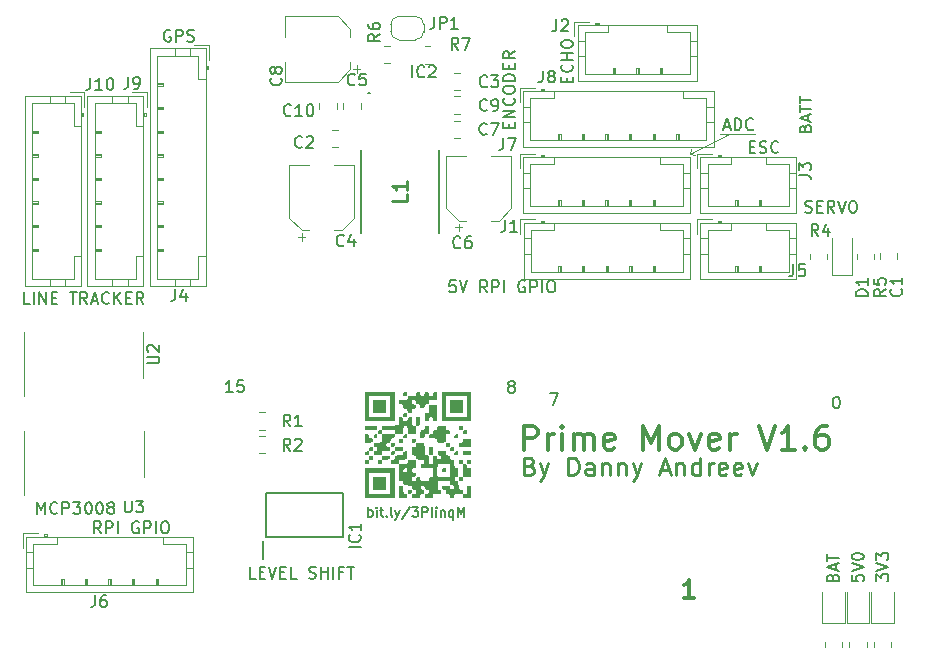
<source format=gbr>
G04 #@! TF.GenerationSoftware,KiCad,Pcbnew,(6.0.1)*
G04 #@! TF.CreationDate,2022-11-23T13:30:13-08:00*
G04 #@! TF.ProjectId,Prime Mover,5072696d-6520-44d6-9f76-65722e6b6963,rev?*
G04 #@! TF.SameCoordinates,Original*
G04 #@! TF.FileFunction,Legend,Top*
G04 #@! TF.FilePolarity,Positive*
%FSLAX46Y46*%
G04 Gerber Fmt 4.6, Leading zero omitted, Abs format (unit mm)*
G04 Created by KiCad (PCBNEW (6.0.1)) date 2022-11-23 13:30:13*
%MOMM*%
%LPD*%
G01*
G04 APERTURE LIST*
%ADD10C,0.120000*%
%ADD11C,0.150000*%
%ADD12C,0.200000*%
%ADD13C,0.300000*%
%ADD14C,0.250000*%
%ADD15C,0.254000*%
G04 APERTURE END LIST*
D10*
X37450000Y17760000D02*
X34150000Y16050000D01*
X34150000Y16050000D02*
X34580000Y15940000D01*
X34150000Y16050000D02*
X34290000Y16490000D01*
X36720000Y17760000D02*
X39700000Y17760000D01*
D11*
X-4550476Y-4112380D02*
X-5121904Y-4112380D01*
X-4836190Y-4112380D02*
X-4836190Y-3112380D01*
X-4931428Y-3255238D01*
X-5026666Y-3350476D01*
X-5121904Y-3398095D01*
X-3645714Y-3112380D02*
X-4121904Y-3112380D01*
X-4169523Y-3588571D01*
X-4121904Y-3540952D01*
X-4026666Y-3493333D01*
X-3788571Y-3493333D01*
X-3693333Y-3540952D01*
X-3645714Y-3588571D01*
X-3598095Y-3683809D01*
X-3598095Y-3921904D01*
X-3645714Y-4017142D01*
X-3693333Y-4064761D01*
X-3788571Y-4112380D01*
X-4026666Y-4112380D01*
X-4121904Y-4064761D01*
X-4169523Y-4017142D01*
D12*
X47872380Y-19616666D02*
X47872380Y-20092857D01*
X48348571Y-20140476D01*
X48300952Y-20092857D01*
X48253333Y-19997619D01*
X48253333Y-19759523D01*
X48300952Y-19664285D01*
X48348571Y-19616666D01*
X48443809Y-19569047D01*
X48681904Y-19569047D01*
X48777142Y-19616666D01*
X48824761Y-19664285D01*
X48872380Y-19759523D01*
X48872380Y-19997619D01*
X48824761Y-20092857D01*
X48777142Y-20140476D01*
X47872380Y-19283333D02*
X48872380Y-18950000D01*
X47872380Y-18616666D01*
X47872380Y-18092857D02*
X47872380Y-17997619D01*
X47920000Y-17902380D01*
X47967619Y-17854761D01*
X48062857Y-17807142D01*
X48253333Y-17759523D01*
X48491428Y-17759523D01*
X48681904Y-17807142D01*
X48777142Y-17854761D01*
X48824761Y-17902380D01*
X48872380Y-17997619D01*
X48872380Y-18092857D01*
X48824761Y-18188095D01*
X48777142Y-18235714D01*
X48681904Y-18283333D01*
X48491428Y-18330952D01*
X48253333Y-18330952D01*
X48062857Y-18283333D01*
X47967619Y-18235714D01*
X47920000Y-18188095D01*
X47872380Y-18092857D01*
D11*
X18808571Y18245714D02*
X18808571Y18579047D01*
X19332380Y18721904D02*
X19332380Y18245714D01*
X18332380Y18245714D01*
X18332380Y18721904D01*
X19332380Y19150476D02*
X18332380Y19150476D01*
X19332380Y19721904D01*
X18332380Y19721904D01*
X19237142Y20769523D02*
X19284761Y20721904D01*
X19332380Y20579047D01*
X19332380Y20483809D01*
X19284761Y20340952D01*
X19189523Y20245714D01*
X19094285Y20198095D01*
X18903809Y20150476D01*
X18760952Y20150476D01*
X18570476Y20198095D01*
X18475238Y20245714D01*
X18380000Y20340952D01*
X18332380Y20483809D01*
X18332380Y20579047D01*
X18380000Y20721904D01*
X18427619Y20769523D01*
X18332380Y21388571D02*
X18332380Y21579047D01*
X18380000Y21674285D01*
X18475238Y21769523D01*
X18665714Y21817142D01*
X18999047Y21817142D01*
X19189523Y21769523D01*
X19284761Y21674285D01*
X19332380Y21579047D01*
X19332380Y21388571D01*
X19284761Y21293333D01*
X19189523Y21198095D01*
X18999047Y21150476D01*
X18665714Y21150476D01*
X18475238Y21198095D01*
X18380000Y21293333D01*
X18332380Y21388571D01*
X19332380Y22245714D02*
X18332380Y22245714D01*
X18332380Y22483809D01*
X18380000Y22626666D01*
X18475238Y22721904D01*
X18570476Y22769523D01*
X18760952Y22817142D01*
X18903809Y22817142D01*
X19094285Y22769523D01*
X19189523Y22721904D01*
X19284761Y22626666D01*
X19332380Y22483809D01*
X19332380Y22245714D01*
X18808571Y23245714D02*
X18808571Y23579047D01*
X19332380Y23721904D02*
X19332380Y23245714D01*
X18332380Y23245714D01*
X18332380Y23721904D01*
X19332380Y24721904D02*
X18856190Y24388571D01*
X19332380Y24150476D02*
X18332380Y24150476D01*
X18332380Y24531428D01*
X18380000Y24626666D01*
X18427619Y24674285D01*
X18522857Y24721904D01*
X18665714Y24721904D01*
X18760952Y24674285D01*
X18808571Y24626666D01*
X18856190Y24531428D01*
X18856190Y24150476D01*
X-2617142Y-19902380D02*
X-3093333Y-19902380D01*
X-3093333Y-18902380D01*
X-2283809Y-19378571D02*
X-1950476Y-19378571D01*
X-1807619Y-19902380D02*
X-2283809Y-19902380D01*
X-2283809Y-18902380D01*
X-1807619Y-18902380D01*
X-1521904Y-18902380D02*
X-1188571Y-19902380D01*
X-855238Y-18902380D01*
X-521904Y-19378571D02*
X-188571Y-19378571D01*
X-45714Y-19902380D02*
X-521904Y-19902380D01*
X-521904Y-18902380D01*
X-45714Y-18902380D01*
X859047Y-19902380D02*
X382857Y-19902380D01*
X382857Y-18902380D01*
X1906666Y-19854761D02*
X2049523Y-19902380D01*
X2287619Y-19902380D01*
X2382857Y-19854761D01*
X2430476Y-19807142D01*
X2478095Y-19711904D01*
X2478095Y-19616666D01*
X2430476Y-19521428D01*
X2382857Y-19473809D01*
X2287619Y-19426190D01*
X2097142Y-19378571D01*
X2001904Y-19330952D01*
X1954285Y-19283333D01*
X1906666Y-19188095D01*
X1906666Y-19092857D01*
X1954285Y-18997619D01*
X2001904Y-18950000D01*
X2097142Y-18902380D01*
X2335238Y-18902380D01*
X2478095Y-18950000D01*
X2906666Y-19902380D02*
X2906666Y-18902380D01*
X2906666Y-19378571D02*
X3478095Y-19378571D01*
X3478095Y-19902380D02*
X3478095Y-18902380D01*
X3954285Y-19902380D02*
X3954285Y-18902380D01*
X4763809Y-19378571D02*
X4430476Y-19378571D01*
X4430476Y-19902380D02*
X4430476Y-18902380D01*
X4906666Y-18902380D01*
X5144761Y-18902380D02*
X5716190Y-18902380D01*
X5430476Y-19902380D02*
X5430476Y-18902380D01*
X43909523Y11125238D02*
X44052380Y11077619D01*
X44290476Y11077619D01*
X44385714Y11125238D01*
X44433333Y11172857D01*
X44480952Y11268095D01*
X44480952Y11363333D01*
X44433333Y11458571D01*
X44385714Y11506190D01*
X44290476Y11553809D01*
X44100000Y11601428D01*
X44004761Y11649047D01*
X43957142Y11696666D01*
X43909523Y11791904D01*
X43909523Y11887142D01*
X43957142Y11982380D01*
X44004761Y12030000D01*
X44100000Y12077619D01*
X44338095Y12077619D01*
X44480952Y12030000D01*
X44909523Y11601428D02*
X45242857Y11601428D01*
X45385714Y11077619D02*
X44909523Y11077619D01*
X44909523Y12077619D01*
X45385714Y12077619D01*
X46385714Y11077619D02*
X46052380Y11553809D01*
X45814285Y11077619D02*
X45814285Y12077619D01*
X46195238Y12077619D01*
X46290476Y12030000D01*
X46338095Y11982380D01*
X46385714Y11887142D01*
X46385714Y11744285D01*
X46338095Y11649047D01*
X46290476Y11601428D01*
X46195238Y11553809D01*
X45814285Y11553809D01*
X46671428Y12077619D02*
X47004761Y11077619D01*
X47338095Y12077619D01*
X47861904Y12077619D02*
X48052380Y12077619D01*
X48147619Y12030000D01*
X48242857Y11934761D01*
X48290476Y11744285D01*
X48290476Y11410952D01*
X48242857Y11220476D01*
X48147619Y11125238D01*
X48052380Y11077619D01*
X47861904Y11077619D01*
X47766666Y11125238D01*
X47671428Y11220476D01*
X47623809Y11410952D01*
X47623809Y11744285D01*
X47671428Y11934761D01*
X47766666Y12030000D01*
X47861904Y12077619D01*
X-15711428Y-16062380D02*
X-16044761Y-15586190D01*
X-16282857Y-16062380D02*
X-16282857Y-15062380D01*
X-15901904Y-15062380D01*
X-15806666Y-15110000D01*
X-15759047Y-15157619D01*
X-15711428Y-15252857D01*
X-15711428Y-15395714D01*
X-15759047Y-15490952D01*
X-15806666Y-15538571D01*
X-15901904Y-15586190D01*
X-16282857Y-15586190D01*
X-15282857Y-16062380D02*
X-15282857Y-15062380D01*
X-14901904Y-15062380D01*
X-14806666Y-15110000D01*
X-14759047Y-15157619D01*
X-14711428Y-15252857D01*
X-14711428Y-15395714D01*
X-14759047Y-15490952D01*
X-14806666Y-15538571D01*
X-14901904Y-15586190D01*
X-15282857Y-15586190D01*
X-14282857Y-16062380D02*
X-14282857Y-15062380D01*
X-12520952Y-15110000D02*
X-12616190Y-15062380D01*
X-12759047Y-15062380D01*
X-12901904Y-15110000D01*
X-12997142Y-15205238D01*
X-13044761Y-15300476D01*
X-13092380Y-15490952D01*
X-13092380Y-15633809D01*
X-13044761Y-15824285D01*
X-12997142Y-15919523D01*
X-12901904Y-16014761D01*
X-12759047Y-16062380D01*
X-12663809Y-16062380D01*
X-12520952Y-16014761D01*
X-12473333Y-15967142D01*
X-12473333Y-15633809D01*
X-12663809Y-15633809D01*
X-12044761Y-16062380D02*
X-12044761Y-15062380D01*
X-11663809Y-15062380D01*
X-11568571Y-15110000D01*
X-11520952Y-15157619D01*
X-11473333Y-15252857D01*
X-11473333Y-15395714D01*
X-11520952Y-15490952D01*
X-11568571Y-15538571D01*
X-11663809Y-15586190D01*
X-12044761Y-15586190D01*
X-11044761Y-16062380D02*
X-11044761Y-15062380D01*
X-10378095Y-15062380D02*
X-10187619Y-15062380D01*
X-10092380Y-15110000D01*
X-9997142Y-15205238D01*
X-9949523Y-15395714D01*
X-9949523Y-15729047D01*
X-9997142Y-15919523D01*
X-10092380Y-16014761D01*
X-10187619Y-16062380D01*
X-10378095Y-16062380D01*
X-10473333Y-16014761D01*
X-10568571Y-15919523D01*
X-10616190Y-15729047D01*
X-10616190Y-15395714D01*
X-10568571Y-15205238D01*
X-10473333Y-15110000D01*
X-10378095Y-15062380D01*
D13*
X34528571Y-21508571D02*
X33671428Y-21508571D01*
X34100000Y-21508571D02*
X34100000Y-20008571D01*
X33957142Y-20222857D01*
X33814285Y-20365714D01*
X33671428Y-20437142D01*
D12*
X46258571Y-19798095D02*
X46306190Y-19655238D01*
X46353809Y-19607619D01*
X46449047Y-19560000D01*
X46591904Y-19560000D01*
X46687142Y-19607619D01*
X46734761Y-19655238D01*
X46782380Y-19750476D01*
X46782380Y-20131428D01*
X45782380Y-20131428D01*
X45782380Y-19798095D01*
X45830000Y-19702857D01*
X45877619Y-19655238D01*
X45972857Y-19607619D01*
X46068095Y-19607619D01*
X46163333Y-19655238D01*
X46210952Y-19702857D01*
X46258571Y-19798095D01*
X46258571Y-20131428D01*
X46496666Y-19179047D02*
X46496666Y-18702857D01*
X46782380Y-19274285D02*
X45782380Y-18940952D01*
X46782380Y-18607619D01*
X45782380Y-18417142D02*
X45782380Y-17845714D01*
X46782380Y-18131428D02*
X45782380Y-18131428D01*
D11*
X23718571Y22128095D02*
X23718571Y22461428D01*
X24242380Y22604285D02*
X24242380Y22128095D01*
X23242380Y22128095D01*
X23242380Y22604285D01*
X24147142Y23604285D02*
X24194761Y23556666D01*
X24242380Y23413809D01*
X24242380Y23318571D01*
X24194761Y23175714D01*
X24099523Y23080476D01*
X24004285Y23032857D01*
X23813809Y22985238D01*
X23670952Y22985238D01*
X23480476Y23032857D01*
X23385238Y23080476D01*
X23290000Y23175714D01*
X23242380Y23318571D01*
X23242380Y23413809D01*
X23290000Y23556666D01*
X23337619Y23604285D01*
X24242380Y24032857D02*
X23242380Y24032857D01*
X23718571Y24032857D02*
X23718571Y24604285D01*
X24242380Y24604285D02*
X23242380Y24604285D01*
X23242380Y25270952D02*
X23242380Y25461428D01*
X23290000Y25556666D01*
X23385238Y25651904D01*
X23575714Y25699523D01*
X23909047Y25699523D01*
X24099523Y25651904D01*
X24194761Y25556666D01*
X24242380Y25461428D01*
X24242380Y25270952D01*
X24194761Y25175714D01*
X24099523Y25080476D01*
X23909047Y25032857D01*
X23575714Y25032857D01*
X23385238Y25080476D01*
X23290000Y25175714D01*
X23242380Y25270952D01*
X14317619Y5337619D02*
X13841428Y5337619D01*
X13793809Y4861428D01*
X13841428Y4909047D01*
X13936666Y4956666D01*
X14174761Y4956666D01*
X14270000Y4909047D01*
X14317619Y4861428D01*
X14365238Y4766190D01*
X14365238Y4528095D01*
X14317619Y4432857D01*
X14270000Y4385238D01*
X14174761Y4337619D01*
X13936666Y4337619D01*
X13841428Y4385238D01*
X13793809Y4432857D01*
X14650952Y5337619D02*
X14984285Y4337619D01*
X15317619Y5337619D01*
X16984285Y4337619D02*
X16650952Y4813809D01*
X16412857Y4337619D02*
X16412857Y5337619D01*
X16793809Y5337619D01*
X16889047Y5290000D01*
X16936666Y5242380D01*
X16984285Y5147142D01*
X16984285Y5004285D01*
X16936666Y4909047D01*
X16889047Y4861428D01*
X16793809Y4813809D01*
X16412857Y4813809D01*
X17412857Y4337619D02*
X17412857Y5337619D01*
X17793809Y5337619D01*
X17889047Y5290000D01*
X17936666Y5242380D01*
X17984285Y5147142D01*
X17984285Y5004285D01*
X17936666Y4909047D01*
X17889047Y4861428D01*
X17793809Y4813809D01*
X17412857Y4813809D01*
X18412857Y4337619D02*
X18412857Y5337619D01*
X20174761Y5290000D02*
X20079523Y5337619D01*
X19936666Y5337619D01*
X19793809Y5290000D01*
X19698571Y5194761D01*
X19650952Y5099523D01*
X19603333Y4909047D01*
X19603333Y4766190D01*
X19650952Y4575714D01*
X19698571Y4480476D01*
X19793809Y4385238D01*
X19936666Y4337619D01*
X20031904Y4337619D01*
X20174761Y4385238D01*
X20222380Y4432857D01*
X20222380Y4766190D01*
X20031904Y4766190D01*
X20650952Y4337619D02*
X20650952Y5337619D01*
X21031904Y5337619D01*
X21127142Y5290000D01*
X21174761Y5242380D01*
X21222380Y5147142D01*
X21222380Y5004285D01*
X21174761Y4909047D01*
X21127142Y4861428D01*
X21031904Y4813809D01*
X20650952Y4813809D01*
X21650952Y4337619D02*
X21650952Y5337619D01*
X22317619Y5337619D02*
X22508095Y5337619D01*
X22603333Y5290000D01*
X22698571Y5194761D01*
X22746190Y5004285D01*
X22746190Y4670952D01*
X22698571Y4480476D01*
X22603333Y4385238D01*
X22508095Y4337619D01*
X22317619Y4337619D01*
X22222380Y4385238D01*
X22127142Y4480476D01*
X22079523Y4670952D01*
X22079523Y5004285D01*
X22127142Y5194761D01*
X22222380Y5290000D01*
X22317619Y5337619D01*
X-9824285Y26510000D02*
X-9919523Y26557619D01*
X-10062380Y26557619D01*
X-10205238Y26510000D01*
X-10300476Y26414761D01*
X-10348095Y26319523D01*
X-10395714Y26129047D01*
X-10395714Y25986190D01*
X-10348095Y25795714D01*
X-10300476Y25700476D01*
X-10205238Y25605238D01*
X-10062380Y25557619D01*
X-9967142Y25557619D01*
X-9824285Y25605238D01*
X-9776666Y25652857D01*
X-9776666Y25986190D01*
X-9967142Y25986190D01*
X-9348095Y25557619D02*
X-9348095Y26557619D01*
X-8967142Y26557619D01*
X-8871904Y26510000D01*
X-8824285Y26462380D01*
X-8776666Y26367142D01*
X-8776666Y26224285D01*
X-8824285Y26129047D01*
X-8871904Y26081428D01*
X-8967142Y26033809D01*
X-9348095Y26033809D01*
X-8395714Y25605238D02*
X-8252857Y25557619D01*
X-8014761Y25557619D01*
X-7919523Y25605238D01*
X-7871904Y25652857D01*
X-7824285Y25748095D01*
X-7824285Y25843333D01*
X-7871904Y25938571D01*
X-7919523Y25986190D01*
X-8014761Y26033809D01*
X-8205238Y26081428D01*
X-8300476Y26129047D01*
X-8348095Y26176666D01*
X-8395714Y26271904D01*
X-8395714Y26367142D01*
X-8348095Y26462380D01*
X-8300476Y26510000D01*
X-8205238Y26557619D01*
X-7967142Y26557619D01*
X-7824285Y26510000D01*
X22346666Y-4172380D02*
X23013333Y-4172380D01*
X22584761Y-5172380D01*
X-21727619Y3347619D02*
X-22203809Y3347619D01*
X-22203809Y4347619D01*
X-21394285Y3347619D02*
X-21394285Y4347619D01*
X-20918095Y3347619D02*
X-20918095Y4347619D01*
X-20346666Y3347619D01*
X-20346666Y4347619D01*
X-19870476Y3871428D02*
X-19537142Y3871428D01*
X-19394285Y3347619D02*
X-19870476Y3347619D01*
X-19870476Y4347619D01*
X-19394285Y4347619D01*
X-18346666Y4347619D02*
X-17775238Y4347619D01*
X-18060952Y3347619D02*
X-18060952Y4347619D01*
X-16870476Y3347619D02*
X-17203809Y3823809D01*
X-17441904Y3347619D02*
X-17441904Y4347619D01*
X-17060952Y4347619D01*
X-16965714Y4300000D01*
X-16918095Y4252380D01*
X-16870476Y4157142D01*
X-16870476Y4014285D01*
X-16918095Y3919047D01*
X-16965714Y3871428D01*
X-17060952Y3823809D01*
X-17441904Y3823809D01*
X-16489523Y3633333D02*
X-16013333Y3633333D01*
X-16584761Y3347619D02*
X-16251428Y4347619D01*
X-15918095Y3347619D01*
X-15013333Y3442857D02*
X-15060952Y3395238D01*
X-15203809Y3347619D01*
X-15299047Y3347619D01*
X-15441904Y3395238D01*
X-15537142Y3490476D01*
X-15584761Y3585714D01*
X-15632380Y3776190D01*
X-15632380Y3919047D01*
X-15584761Y4109523D01*
X-15537142Y4204761D01*
X-15441904Y4300000D01*
X-15299047Y4347619D01*
X-15203809Y4347619D01*
X-15060952Y4300000D01*
X-15013333Y4252380D01*
X-14584761Y3347619D02*
X-14584761Y4347619D01*
X-14013333Y3347619D02*
X-14441904Y3919047D01*
X-14013333Y4347619D02*
X-14584761Y3776190D01*
X-13584761Y3871428D02*
X-13251428Y3871428D01*
X-13108571Y3347619D02*
X-13584761Y3347619D01*
X-13584761Y4347619D01*
X-13108571Y4347619D01*
X-12108571Y3347619D02*
X-12441904Y3823809D01*
X-12679999Y3347619D02*
X-12679999Y4347619D01*
X-12299047Y4347619D01*
X-12203809Y4300000D01*
X-12156190Y4252380D01*
X-12108571Y4157142D01*
X-12108571Y4014285D01*
X-12156190Y3919047D01*
X-12203809Y3871428D01*
X-12299047Y3823809D01*
X-12679999Y3823809D01*
X-21108095Y-14422380D02*
X-21108095Y-13422380D01*
X-20774761Y-14136666D01*
X-20441428Y-13422380D01*
X-20441428Y-14422380D01*
X-19393809Y-14327142D02*
X-19441428Y-14374761D01*
X-19584285Y-14422380D01*
X-19679523Y-14422380D01*
X-19822380Y-14374761D01*
X-19917619Y-14279523D01*
X-19965238Y-14184285D01*
X-20012857Y-13993809D01*
X-20012857Y-13850952D01*
X-19965238Y-13660476D01*
X-19917619Y-13565238D01*
X-19822380Y-13470000D01*
X-19679523Y-13422380D01*
X-19584285Y-13422380D01*
X-19441428Y-13470000D01*
X-19393809Y-13517619D01*
X-18965238Y-14422380D02*
X-18965238Y-13422380D01*
X-18584285Y-13422380D01*
X-18489047Y-13470000D01*
X-18441428Y-13517619D01*
X-18393809Y-13612857D01*
X-18393809Y-13755714D01*
X-18441428Y-13850952D01*
X-18489047Y-13898571D01*
X-18584285Y-13946190D01*
X-18965238Y-13946190D01*
X-18060476Y-13422380D02*
X-17441428Y-13422380D01*
X-17774761Y-13803333D01*
X-17631904Y-13803333D01*
X-17536666Y-13850952D01*
X-17489047Y-13898571D01*
X-17441428Y-13993809D01*
X-17441428Y-14231904D01*
X-17489047Y-14327142D01*
X-17536666Y-14374761D01*
X-17631904Y-14422380D01*
X-17917619Y-14422380D01*
X-18012857Y-14374761D01*
X-18060476Y-14327142D01*
X-16822380Y-13422380D02*
X-16727142Y-13422380D01*
X-16631904Y-13470000D01*
X-16584285Y-13517619D01*
X-16536666Y-13612857D01*
X-16489047Y-13803333D01*
X-16489047Y-14041428D01*
X-16536666Y-14231904D01*
X-16584285Y-14327142D01*
X-16631904Y-14374761D01*
X-16727142Y-14422380D01*
X-16822380Y-14422380D01*
X-16917619Y-14374761D01*
X-16965238Y-14327142D01*
X-17012857Y-14231904D01*
X-17060476Y-14041428D01*
X-17060476Y-13803333D01*
X-17012857Y-13612857D01*
X-16965238Y-13517619D01*
X-16917619Y-13470000D01*
X-16822380Y-13422380D01*
X-15870000Y-13422380D02*
X-15774761Y-13422380D01*
X-15679523Y-13470000D01*
X-15631904Y-13517619D01*
X-15584285Y-13612857D01*
X-15536666Y-13803333D01*
X-15536666Y-14041428D01*
X-15584285Y-14231904D01*
X-15631904Y-14327142D01*
X-15679523Y-14374761D01*
X-15774761Y-14422380D01*
X-15870000Y-14422380D01*
X-15965238Y-14374761D01*
X-16012857Y-14327142D01*
X-16060476Y-14231904D01*
X-16108095Y-14041428D01*
X-16108095Y-13803333D01*
X-16060476Y-13612857D01*
X-16012857Y-13517619D01*
X-15965238Y-13470000D01*
X-15870000Y-13422380D01*
X-14965238Y-13850952D02*
X-15060476Y-13803333D01*
X-15108095Y-13755714D01*
X-15155714Y-13660476D01*
X-15155714Y-13612857D01*
X-15108095Y-13517619D01*
X-15060476Y-13470000D01*
X-14965238Y-13422380D01*
X-14774761Y-13422380D01*
X-14679523Y-13470000D01*
X-14631904Y-13517619D01*
X-14584285Y-13612857D01*
X-14584285Y-13660476D01*
X-14631904Y-13755714D01*
X-14679523Y-13803333D01*
X-14774761Y-13850952D01*
X-14965238Y-13850952D01*
X-15060476Y-13898571D01*
X-15108095Y-13946190D01*
X-15155714Y-14041428D01*
X-15155714Y-14231904D01*
X-15108095Y-14327142D01*
X-15060476Y-14374761D01*
X-14965238Y-14422380D01*
X-14774761Y-14422380D01*
X-14679523Y-14374761D01*
X-14631904Y-14327142D01*
X-14584285Y-14231904D01*
X-14584285Y-14041428D01*
X-14631904Y-13946190D01*
X-14679523Y-13898571D01*
X-14774761Y-13850952D01*
D12*
X49952380Y-20128095D02*
X49952380Y-19509047D01*
X50333333Y-19842380D01*
X50333333Y-19699523D01*
X50380952Y-19604285D01*
X50428571Y-19556666D01*
X50523809Y-19509047D01*
X50761904Y-19509047D01*
X50857142Y-19556666D01*
X50904761Y-19604285D01*
X50952380Y-19699523D01*
X50952380Y-19985238D01*
X50904761Y-20080476D01*
X50857142Y-20128095D01*
X49952380Y-19223333D02*
X50952380Y-18890000D01*
X49952380Y-18556666D01*
X49952380Y-18318571D02*
X49952380Y-17699523D01*
X50333333Y-18032857D01*
X50333333Y-17890000D01*
X50380952Y-17794761D01*
X50428571Y-17747142D01*
X50523809Y-17699523D01*
X50761904Y-17699523D01*
X50857142Y-17747142D01*
X50904761Y-17794761D01*
X50952380Y-17890000D01*
X50952380Y-18175714D01*
X50904761Y-18270952D01*
X50857142Y-18318571D01*
D11*
X6912857Y-14651904D02*
X6912857Y-13851904D01*
X6912857Y-14156666D02*
X6989047Y-14118571D01*
X7141428Y-14118571D01*
X7217619Y-14156666D01*
X7255714Y-14194761D01*
X7293809Y-14270952D01*
X7293809Y-14499523D01*
X7255714Y-14575714D01*
X7217619Y-14613809D01*
X7141428Y-14651904D01*
X6989047Y-14651904D01*
X6912857Y-14613809D01*
X7636666Y-14651904D02*
X7636666Y-14118571D01*
X7636666Y-13851904D02*
X7598571Y-13890000D01*
X7636666Y-13928095D01*
X7674761Y-13890000D01*
X7636666Y-13851904D01*
X7636666Y-13928095D01*
X7903333Y-14118571D02*
X8208095Y-14118571D01*
X8017619Y-13851904D02*
X8017619Y-14537619D01*
X8055714Y-14613809D01*
X8131904Y-14651904D01*
X8208095Y-14651904D01*
X8474761Y-14575714D02*
X8512857Y-14613809D01*
X8474761Y-14651904D01*
X8436666Y-14613809D01*
X8474761Y-14575714D01*
X8474761Y-14651904D01*
X8970000Y-14651904D02*
X8893809Y-14613809D01*
X8855714Y-14537619D01*
X8855714Y-13851904D01*
X9198571Y-14118571D02*
X9389047Y-14651904D01*
X9579523Y-14118571D02*
X9389047Y-14651904D01*
X9312857Y-14842380D01*
X9274761Y-14880476D01*
X9198571Y-14918571D01*
X10455714Y-13813809D02*
X9770000Y-14842380D01*
X10646190Y-13851904D02*
X11141428Y-13851904D01*
X10874761Y-14156666D01*
X10989047Y-14156666D01*
X11065238Y-14194761D01*
X11103333Y-14232857D01*
X11141428Y-14309047D01*
X11141428Y-14499523D01*
X11103333Y-14575714D01*
X11065238Y-14613809D01*
X10989047Y-14651904D01*
X10760476Y-14651904D01*
X10684285Y-14613809D01*
X10646190Y-14575714D01*
X11484285Y-14651904D02*
X11484285Y-13851904D01*
X11789047Y-13851904D01*
X11865238Y-13890000D01*
X11903333Y-13928095D01*
X11941428Y-14004285D01*
X11941428Y-14118571D01*
X11903333Y-14194761D01*
X11865238Y-14232857D01*
X11789047Y-14270952D01*
X11484285Y-14270952D01*
X12284285Y-14651904D02*
X12284285Y-13851904D01*
X12665238Y-14651904D02*
X12665238Y-14118571D01*
X12665238Y-13851904D02*
X12627142Y-13890000D01*
X12665238Y-13928095D01*
X12703333Y-13890000D01*
X12665238Y-13851904D01*
X12665238Y-13928095D01*
X13046190Y-14118571D02*
X13046190Y-14651904D01*
X13046190Y-14194761D02*
X13084285Y-14156666D01*
X13160476Y-14118571D01*
X13274761Y-14118571D01*
X13350952Y-14156666D01*
X13389047Y-14232857D01*
X13389047Y-14651904D01*
X14112857Y-14118571D02*
X14112857Y-14918571D01*
X14112857Y-14613809D02*
X14036666Y-14651904D01*
X13884285Y-14651904D01*
X13808095Y-14613809D01*
X13769999Y-14575714D01*
X13731904Y-14499523D01*
X13731904Y-14270952D01*
X13769999Y-14194761D01*
X13808095Y-14156666D01*
X13884285Y-14118571D01*
X14036666Y-14118571D01*
X14112857Y-14156666D01*
X14493809Y-14651904D02*
X14493809Y-13851904D01*
X14760476Y-14423333D01*
X15027142Y-13851904D01*
X15027142Y-14651904D01*
D13*
X20112857Y-8984761D02*
X20112857Y-6984761D01*
X20874761Y-6984761D01*
X21065238Y-7080000D01*
X21160476Y-7175238D01*
X21255714Y-7365714D01*
X21255714Y-7651428D01*
X21160476Y-7841904D01*
X21065238Y-7937142D01*
X20874761Y-8032380D01*
X20112857Y-8032380D01*
X22112857Y-8984761D02*
X22112857Y-7651428D01*
X22112857Y-8032380D02*
X22208095Y-7841904D01*
X22303333Y-7746666D01*
X22493809Y-7651428D01*
X22684285Y-7651428D01*
X23350952Y-8984761D02*
X23350952Y-7651428D01*
X23350952Y-6984761D02*
X23255714Y-7080000D01*
X23350952Y-7175238D01*
X23446190Y-7080000D01*
X23350952Y-6984761D01*
X23350952Y-7175238D01*
X24303333Y-8984761D02*
X24303333Y-7651428D01*
X24303333Y-7841904D02*
X24398571Y-7746666D01*
X24589047Y-7651428D01*
X24874761Y-7651428D01*
X25065238Y-7746666D01*
X25160476Y-7937142D01*
X25160476Y-8984761D01*
X25160476Y-7937142D02*
X25255714Y-7746666D01*
X25446190Y-7651428D01*
X25731904Y-7651428D01*
X25922380Y-7746666D01*
X26017619Y-7937142D01*
X26017619Y-8984761D01*
X27731904Y-8889523D02*
X27541428Y-8984761D01*
X27160476Y-8984761D01*
X26969999Y-8889523D01*
X26874761Y-8699047D01*
X26874761Y-7937142D01*
X26969999Y-7746666D01*
X27160476Y-7651428D01*
X27541428Y-7651428D01*
X27731904Y-7746666D01*
X27827142Y-7937142D01*
X27827142Y-8127619D01*
X26874761Y-8318095D01*
X30208095Y-8984761D02*
X30208095Y-6984761D01*
X30874761Y-8413333D01*
X31541428Y-6984761D01*
X31541428Y-8984761D01*
X32779523Y-8984761D02*
X32589047Y-8889523D01*
X32493809Y-8794285D01*
X32398571Y-8603809D01*
X32398571Y-8032380D01*
X32493809Y-7841904D01*
X32589047Y-7746666D01*
X32779523Y-7651428D01*
X33065238Y-7651428D01*
X33255714Y-7746666D01*
X33350952Y-7841904D01*
X33446190Y-8032380D01*
X33446190Y-8603809D01*
X33350952Y-8794285D01*
X33255714Y-8889523D01*
X33065238Y-8984761D01*
X32779523Y-8984761D01*
X34112857Y-7651428D02*
X34589047Y-8984761D01*
X35065238Y-7651428D01*
X36589047Y-8889523D02*
X36398571Y-8984761D01*
X36017619Y-8984761D01*
X35827142Y-8889523D01*
X35731904Y-8699047D01*
X35731904Y-7937142D01*
X35827142Y-7746666D01*
X36017619Y-7651428D01*
X36398571Y-7651428D01*
X36589047Y-7746666D01*
X36684285Y-7937142D01*
X36684285Y-8127619D01*
X35731904Y-8318095D01*
X37541428Y-8984761D02*
X37541428Y-7651428D01*
X37541428Y-8032380D02*
X37636666Y-7841904D01*
X37731904Y-7746666D01*
X37922380Y-7651428D01*
X38112857Y-7651428D01*
X40017619Y-6984761D02*
X40684285Y-8984761D01*
X41350952Y-6984761D01*
X43065238Y-8984761D02*
X41922380Y-8984761D01*
X42493809Y-8984761D02*
X42493809Y-6984761D01*
X42303333Y-7270476D01*
X42112857Y-7460952D01*
X41922380Y-7556190D01*
X43922380Y-8794285D02*
X44017619Y-8889523D01*
X43922380Y-8984761D01*
X43827142Y-8889523D01*
X43922380Y-8794285D01*
X43922380Y-8984761D01*
X45731904Y-6984761D02*
X45350952Y-6984761D01*
X45160476Y-7080000D01*
X45065238Y-7175238D01*
X44874761Y-7460952D01*
X44779523Y-7841904D01*
X44779523Y-8603809D01*
X44874761Y-8794285D01*
X44969999Y-8889523D01*
X45160476Y-8984761D01*
X45541428Y-8984761D01*
X45731904Y-8889523D01*
X45827142Y-8794285D01*
X45922380Y-8603809D01*
X45922380Y-8127619D01*
X45827142Y-7937142D01*
X45731904Y-7841904D01*
X45541428Y-7746666D01*
X45160476Y-7746666D01*
X44969999Y-7841904D01*
X44874761Y-7937142D01*
X44779523Y-8127619D01*
D14*
X20588571Y-10372857D02*
X20802857Y-10444285D01*
X20874285Y-10515714D01*
X20945714Y-10658571D01*
X20945714Y-10872857D01*
X20874285Y-11015714D01*
X20802857Y-11087142D01*
X20660000Y-11158571D01*
X20088571Y-11158571D01*
X20088571Y-9658571D01*
X20588571Y-9658571D01*
X20731428Y-9730000D01*
X20802857Y-9801428D01*
X20874285Y-9944285D01*
X20874285Y-10087142D01*
X20802857Y-10230000D01*
X20731428Y-10301428D01*
X20588571Y-10372857D01*
X20088571Y-10372857D01*
X21445714Y-10158571D02*
X21802857Y-11158571D01*
X22160000Y-10158571D02*
X21802857Y-11158571D01*
X21660000Y-11515714D01*
X21588571Y-11587142D01*
X21445714Y-11658571D01*
X23874285Y-11158571D02*
X23874285Y-9658571D01*
X24231428Y-9658571D01*
X24445714Y-9730000D01*
X24588571Y-9872857D01*
X24660000Y-10015714D01*
X24731428Y-10301428D01*
X24731428Y-10515714D01*
X24660000Y-10801428D01*
X24588571Y-10944285D01*
X24445714Y-11087142D01*
X24231428Y-11158571D01*
X23874285Y-11158571D01*
X26017142Y-11158571D02*
X26017142Y-10372857D01*
X25945714Y-10230000D01*
X25802857Y-10158571D01*
X25517142Y-10158571D01*
X25374285Y-10230000D01*
X26017142Y-11087142D02*
X25874285Y-11158571D01*
X25517142Y-11158571D01*
X25374285Y-11087142D01*
X25302857Y-10944285D01*
X25302857Y-10801428D01*
X25374285Y-10658571D01*
X25517142Y-10587142D01*
X25874285Y-10587142D01*
X26017142Y-10515714D01*
X26731428Y-10158571D02*
X26731428Y-11158571D01*
X26731428Y-10301428D02*
X26802857Y-10230000D01*
X26945714Y-10158571D01*
X27160000Y-10158571D01*
X27302857Y-10230000D01*
X27374285Y-10372857D01*
X27374285Y-11158571D01*
X28088571Y-10158571D02*
X28088571Y-11158571D01*
X28088571Y-10301428D02*
X28160000Y-10230000D01*
X28302857Y-10158571D01*
X28517142Y-10158571D01*
X28660000Y-10230000D01*
X28731428Y-10372857D01*
X28731428Y-11158571D01*
X29302857Y-10158571D02*
X29660000Y-11158571D01*
X30017142Y-10158571D02*
X29660000Y-11158571D01*
X29517142Y-11515714D01*
X29445714Y-11587142D01*
X29302857Y-11658571D01*
X31660000Y-10730000D02*
X32374285Y-10730000D01*
X31517142Y-11158571D02*
X32017142Y-9658571D01*
X32517142Y-11158571D01*
X33017142Y-10158571D02*
X33017142Y-11158571D01*
X33017142Y-10301428D02*
X33088571Y-10230000D01*
X33231428Y-10158571D01*
X33445714Y-10158571D01*
X33588571Y-10230000D01*
X33660000Y-10372857D01*
X33660000Y-11158571D01*
X35017142Y-11158571D02*
X35017142Y-9658571D01*
X35017142Y-11087142D02*
X34874285Y-11158571D01*
X34588571Y-11158571D01*
X34445714Y-11087142D01*
X34374285Y-11015714D01*
X34302857Y-10872857D01*
X34302857Y-10444285D01*
X34374285Y-10301428D01*
X34445714Y-10230000D01*
X34588571Y-10158571D01*
X34874285Y-10158571D01*
X35017142Y-10230000D01*
X35731428Y-11158571D02*
X35731428Y-10158571D01*
X35731428Y-10444285D02*
X35802857Y-10301428D01*
X35874285Y-10230000D01*
X36017142Y-10158571D01*
X36160000Y-10158571D01*
X37231428Y-11087142D02*
X37088571Y-11158571D01*
X36802857Y-11158571D01*
X36660000Y-11087142D01*
X36588571Y-10944285D01*
X36588571Y-10372857D01*
X36660000Y-10230000D01*
X36802857Y-10158571D01*
X37088571Y-10158571D01*
X37231428Y-10230000D01*
X37302857Y-10372857D01*
X37302857Y-10515714D01*
X36588571Y-10658571D01*
X38517142Y-11087142D02*
X38374285Y-11158571D01*
X38088571Y-11158571D01*
X37945714Y-11087142D01*
X37874285Y-10944285D01*
X37874285Y-10372857D01*
X37945714Y-10230000D01*
X38088571Y-10158571D01*
X38374285Y-10158571D01*
X38517142Y-10230000D01*
X38588571Y-10372857D01*
X38588571Y-10515714D01*
X37874285Y-10658571D01*
X39088571Y-10158571D02*
X39445714Y-11158571D01*
X39802857Y-10158571D01*
D11*
X43918571Y18220952D02*
X43966190Y18363809D01*
X44013809Y18411428D01*
X44109047Y18459047D01*
X44251904Y18459047D01*
X44347142Y18411428D01*
X44394761Y18363809D01*
X44442380Y18268571D01*
X44442380Y17887619D01*
X43442380Y17887619D01*
X43442380Y18220952D01*
X43490000Y18316190D01*
X43537619Y18363809D01*
X43632857Y18411428D01*
X43728095Y18411428D01*
X43823333Y18363809D01*
X43870952Y18316190D01*
X43918571Y18220952D01*
X43918571Y17887619D01*
X44156666Y18840000D02*
X44156666Y19316190D01*
X44442380Y18744761D02*
X43442380Y19078095D01*
X44442380Y19411428D01*
X43442380Y19601904D02*
X43442380Y20173333D01*
X44442380Y19887619D02*
X43442380Y19887619D01*
X43442380Y20363809D02*
X43442380Y20935238D01*
X44442380Y20649523D02*
X43442380Y20649523D01*
X39209523Y16661428D02*
X39542857Y16661428D01*
X39685714Y16137619D02*
X39209523Y16137619D01*
X39209523Y17137619D01*
X39685714Y17137619D01*
X40066666Y16185238D02*
X40209523Y16137619D01*
X40447619Y16137619D01*
X40542857Y16185238D01*
X40590476Y16232857D01*
X40638095Y16328095D01*
X40638095Y16423333D01*
X40590476Y16518571D01*
X40542857Y16566190D01*
X40447619Y16613809D01*
X40257142Y16661428D01*
X40161904Y16709047D01*
X40114285Y16756666D01*
X40066666Y16851904D01*
X40066666Y16947142D01*
X40114285Y17042380D01*
X40161904Y17090000D01*
X40257142Y17137619D01*
X40495238Y17137619D01*
X40638095Y17090000D01*
X41638095Y16232857D02*
X41590476Y16185238D01*
X41447619Y16137619D01*
X41352380Y16137619D01*
X41209523Y16185238D01*
X41114285Y16280476D01*
X41066666Y16375714D01*
X41019047Y16566190D01*
X41019047Y16709047D01*
X41066666Y16899523D01*
X41114285Y16994761D01*
X41209523Y17090000D01*
X41352380Y17137619D01*
X41447619Y17137619D01*
X41590476Y17090000D01*
X41638095Y17042380D01*
X18964761Y-3600952D02*
X18869523Y-3553333D01*
X18821904Y-3505714D01*
X18774285Y-3410476D01*
X18774285Y-3362857D01*
X18821904Y-3267619D01*
X18869523Y-3220000D01*
X18964761Y-3172380D01*
X19155238Y-3172380D01*
X19250476Y-3220000D01*
X19298095Y-3267619D01*
X19345714Y-3362857D01*
X19345714Y-3410476D01*
X19298095Y-3505714D01*
X19250476Y-3553333D01*
X19155238Y-3600952D01*
X18964761Y-3600952D01*
X18869523Y-3648571D01*
X18821904Y-3696190D01*
X18774285Y-3791428D01*
X18774285Y-3981904D01*
X18821904Y-4077142D01*
X18869523Y-4124761D01*
X18964761Y-4172380D01*
X19155238Y-4172380D01*
X19250476Y-4124761D01*
X19298095Y-4077142D01*
X19345714Y-3981904D01*
X19345714Y-3791428D01*
X19298095Y-3696190D01*
X19250476Y-3648571D01*
X19155238Y-3600952D01*
X37031904Y18353333D02*
X37508095Y18353333D01*
X36936666Y18067619D02*
X37270000Y19067619D01*
X37603333Y18067619D01*
X37936666Y18067619D02*
X37936666Y19067619D01*
X38174761Y19067619D01*
X38317619Y19020000D01*
X38412857Y18924761D01*
X38460476Y18829523D01*
X38508095Y18639047D01*
X38508095Y18496190D01*
X38460476Y18305714D01*
X38412857Y18210476D01*
X38317619Y18115238D01*
X38174761Y18067619D01*
X37936666Y18067619D01*
X39508095Y18162857D02*
X39460476Y18115238D01*
X39317619Y18067619D01*
X39222380Y18067619D01*
X39079523Y18115238D01*
X38984285Y18210476D01*
X38936666Y18305714D01*
X38889047Y18496190D01*
X38889047Y18639047D01*
X38936666Y18829523D01*
X38984285Y18924761D01*
X39079523Y19020000D01*
X39222380Y19067619D01*
X39317619Y19067619D01*
X39460476Y19020000D01*
X39508095Y18972380D01*
X46502380Y-4492380D02*
X46597619Y-4492380D01*
X46692857Y-4540000D01*
X46740476Y-4587619D01*
X46788095Y-4682857D01*
X46835714Y-4873333D01*
X46835714Y-5111428D01*
X46788095Y-5301904D01*
X46740476Y-5397142D01*
X46692857Y-5444761D01*
X46597619Y-5492380D01*
X46502380Y-5492380D01*
X46407142Y-5444761D01*
X46359523Y-5397142D01*
X46311904Y-5301904D01*
X46264285Y-5111428D01*
X46264285Y-4873333D01*
X46311904Y-4682857D01*
X46359523Y-4587619D01*
X46407142Y-4540000D01*
X46502380Y-4492380D01*
X12506666Y27657619D02*
X12506666Y26943333D01*
X12459047Y26800476D01*
X12363809Y26705238D01*
X12220952Y26657619D01*
X12125714Y26657619D01*
X12982857Y26657619D02*
X12982857Y27657619D01*
X13363809Y27657619D01*
X13459047Y27610000D01*
X13506666Y27562380D01*
X13554285Y27467142D01*
X13554285Y27324285D01*
X13506666Y27229047D01*
X13459047Y27181428D01*
X13363809Y27133809D01*
X12982857Y27133809D01*
X14506666Y26657619D02*
X13935238Y26657619D01*
X14220952Y26657619D02*
X14220952Y27657619D01*
X14125714Y27514761D01*
X14030476Y27419523D01*
X13935238Y27371904D01*
X16953333Y17762857D02*
X16905714Y17715238D01*
X16762857Y17667619D01*
X16667619Y17667619D01*
X16524761Y17715238D01*
X16429523Y17810476D01*
X16381904Y17905714D01*
X16334285Y18096190D01*
X16334285Y18239047D01*
X16381904Y18429523D01*
X16429523Y18524761D01*
X16524761Y18620000D01*
X16667619Y18667619D01*
X16762857Y18667619D01*
X16905714Y18620000D01*
X16953333Y18572380D01*
X17286666Y18667619D02*
X17953333Y18667619D01*
X17524761Y17667619D01*
X18356666Y17397619D02*
X18356666Y16683333D01*
X18309047Y16540476D01*
X18213809Y16445238D01*
X18070952Y16397619D01*
X17975714Y16397619D01*
X18737619Y17397619D02*
X19404285Y17397619D01*
X18975714Y16397619D01*
X-472857Y22473333D02*
X-425238Y22425714D01*
X-377619Y22282857D01*
X-377619Y22187619D01*
X-425238Y22044761D01*
X-520476Y21949523D01*
X-615714Y21901904D01*
X-806190Y21854285D01*
X-949047Y21854285D01*
X-1139523Y21901904D01*
X-1234761Y21949523D01*
X-1330000Y22044761D01*
X-1377619Y22187619D01*
X-1377619Y22282857D01*
X-1330000Y22425714D01*
X-1282380Y22473333D01*
X-949047Y23044761D02*
X-996666Y22949523D01*
X-1044285Y22901904D01*
X-1139523Y22854285D01*
X-1187142Y22854285D01*
X-1282380Y22901904D01*
X-1330000Y22949523D01*
X-1377619Y23044761D01*
X-1377619Y23235238D01*
X-1330000Y23330476D01*
X-1282380Y23378095D01*
X-1187142Y23425714D01*
X-1139523Y23425714D01*
X-1044285Y23378095D01*
X-996666Y23330476D01*
X-949047Y23235238D01*
X-949047Y23044761D01*
X-901428Y22949523D01*
X-853809Y22901904D01*
X-758571Y22854285D01*
X-568095Y22854285D01*
X-472857Y22901904D01*
X-425238Y22949523D01*
X-377619Y23044761D01*
X-377619Y23235238D01*
X-425238Y23330476D01*
X-472857Y23378095D01*
X-568095Y23425714D01*
X-758571Y23425714D01*
X-853809Y23378095D01*
X-901428Y23330476D01*
X-949047Y23235238D01*
D12*
X6272380Y-17246190D02*
X5272380Y-17246190D01*
X6177142Y-16198571D02*
X6224761Y-16246190D01*
X6272380Y-16389047D01*
X6272380Y-16484285D01*
X6224761Y-16627142D01*
X6129523Y-16722380D01*
X6034285Y-16770000D01*
X5843809Y-16817619D01*
X5700952Y-16817619D01*
X5510476Y-16770000D01*
X5415238Y-16722380D01*
X5320000Y-16627142D01*
X5272380Y-16484285D01*
X5272380Y-16389047D01*
X5320000Y-16246190D01*
X5367619Y-16198571D01*
X6272380Y-15246190D02*
X6272380Y-15817619D01*
X6272380Y-15531904D02*
X5272380Y-15531904D01*
X5415238Y-15627142D01*
X5510476Y-15722380D01*
X5558095Y-15817619D01*
D11*
X14723333Y8162857D02*
X14675714Y8115238D01*
X14532857Y8067619D01*
X14437619Y8067619D01*
X14294761Y8115238D01*
X14199523Y8210476D01*
X14151904Y8305714D01*
X14104285Y8496190D01*
X14104285Y8639047D01*
X14151904Y8829523D01*
X14199523Y8924761D01*
X14294761Y9020000D01*
X14437619Y9067619D01*
X14532857Y9067619D01*
X14675714Y9020000D01*
X14723333Y8972380D01*
X15580476Y9067619D02*
X15390000Y9067619D01*
X15294761Y9020000D01*
X15247142Y8972380D01*
X15151904Y8829523D01*
X15104285Y8639047D01*
X15104285Y8258095D01*
X15151904Y8162857D01*
X15199523Y8115238D01*
X15294761Y8067619D01*
X15485238Y8067619D01*
X15580476Y8115238D01*
X15628095Y8162857D01*
X15675714Y8258095D01*
X15675714Y8496190D01*
X15628095Y8591428D01*
X15580476Y8639047D01*
X15485238Y8686666D01*
X15294761Y8686666D01*
X15199523Y8639047D01*
X15151904Y8591428D01*
X15104285Y8496190D01*
X4863333Y8312857D02*
X4815714Y8265238D01*
X4672857Y8217619D01*
X4577619Y8217619D01*
X4434761Y8265238D01*
X4339523Y8360476D01*
X4291904Y8455714D01*
X4244285Y8646190D01*
X4244285Y8789047D01*
X4291904Y8979523D01*
X4339523Y9074761D01*
X4434761Y9170000D01*
X4577619Y9217619D01*
X4672857Y9217619D01*
X4815714Y9170000D01*
X4863333Y9122380D01*
X5720476Y8884285D02*
X5720476Y8217619D01*
X5482380Y9265238D02*
X5244285Y8550952D01*
X5863333Y8550952D01*
X-11787619Y-1681904D02*
X-10978095Y-1681904D01*
X-10882857Y-1634285D01*
X-10835238Y-1586666D01*
X-10787619Y-1491428D01*
X-10787619Y-1300952D01*
X-10835238Y-1205714D01*
X-10882857Y-1158095D01*
X-10978095Y-1110476D01*
X-11787619Y-1110476D01*
X-11692380Y-681904D02*
X-11740000Y-634285D01*
X-11787619Y-539047D01*
X-11787619Y-300952D01*
X-11740000Y-205714D01*
X-11692380Y-158095D01*
X-11597142Y-110476D01*
X-11501904Y-110476D01*
X-11359047Y-158095D01*
X-10787619Y-729523D01*
X-10787619Y-110476D01*
X-13403333Y22547619D02*
X-13403333Y21833333D01*
X-13450952Y21690476D01*
X-13546190Y21595238D01*
X-13689047Y21547619D01*
X-13784285Y21547619D01*
X-12879523Y21547619D02*
X-12689047Y21547619D01*
X-12593809Y21595238D01*
X-12546190Y21642857D01*
X-12450952Y21785714D01*
X-12403333Y21976190D01*
X-12403333Y22357142D01*
X-12450952Y22452380D01*
X-12498571Y22500000D01*
X-12593809Y22547619D01*
X-12784285Y22547619D01*
X-12879523Y22500000D01*
X-12927142Y22452380D01*
X-12974761Y22357142D01*
X-12974761Y22119047D01*
X-12927142Y22023809D01*
X-12879523Y21976190D01*
X-12784285Y21928571D01*
X-12593809Y21928571D01*
X-12498571Y21976190D01*
X-12450952Y22023809D01*
X-12403333Y22119047D01*
X-16203333Y-21302380D02*
X-16203333Y-22016666D01*
X-16250952Y-22159523D01*
X-16346190Y-22254761D01*
X-16489047Y-22302380D01*
X-16584285Y-22302380D01*
X-15298571Y-21302380D02*
X-15489047Y-21302380D01*
X-15584285Y-21350000D01*
X-15631904Y-21397619D01*
X-15727142Y-21540476D01*
X-15774761Y-21730952D01*
X-15774761Y-22111904D01*
X-15727142Y-22207142D01*
X-15679523Y-22254761D01*
X-15584285Y-22302380D01*
X-15393809Y-22302380D01*
X-15298571Y-22254761D01*
X-15250952Y-22207142D01*
X-15203333Y-22111904D01*
X-15203333Y-21873809D01*
X-15250952Y-21778571D01*
X-15298571Y-21730952D01*
X-15393809Y-21683333D01*
X-15584285Y-21683333D01*
X-15679523Y-21730952D01*
X-15727142Y-21778571D01*
X-15774761Y-21873809D01*
X-16599523Y22467619D02*
X-16599523Y21753333D01*
X-16647142Y21610476D01*
X-16742380Y21515238D01*
X-16885238Y21467619D01*
X-16980476Y21467619D01*
X-15599523Y21467619D02*
X-16170952Y21467619D01*
X-15885238Y21467619D02*
X-15885238Y22467619D01*
X-15980476Y22324761D01*
X-16075714Y22229523D01*
X-16170952Y22181904D01*
X-14980476Y22467619D02*
X-14885238Y22467619D01*
X-14790000Y22420000D01*
X-14742380Y22372380D01*
X-14694761Y22277142D01*
X-14647142Y22086666D01*
X-14647142Y21848571D01*
X-14694761Y21658095D01*
X-14742380Y21562857D01*
X-14790000Y21515238D01*
X-14885238Y21467619D01*
X-14980476Y21467619D01*
X-15075714Y21515238D01*
X-15123333Y21562857D01*
X-15170952Y21658095D01*
X-15218571Y21848571D01*
X-15218571Y22086666D01*
X-15170952Y22277142D01*
X-15123333Y22372380D01*
X-15075714Y22420000D01*
X-14980476Y22467619D01*
X21716666Y23107619D02*
X21716666Y22393333D01*
X21669047Y22250476D01*
X21573809Y22155238D01*
X21430952Y22107619D01*
X21335714Y22107619D01*
X22335714Y22679047D02*
X22240476Y22726666D01*
X22192857Y22774285D01*
X22145238Y22869523D01*
X22145238Y22917142D01*
X22192857Y23012380D01*
X22240476Y23060000D01*
X22335714Y23107619D01*
X22526190Y23107619D01*
X22621428Y23060000D01*
X22669047Y23012380D01*
X22716666Y22917142D01*
X22716666Y22869523D01*
X22669047Y22774285D01*
X22621428Y22726666D01*
X22526190Y22679047D01*
X22335714Y22679047D01*
X22240476Y22631428D01*
X22192857Y22583809D01*
X22145238Y22488571D01*
X22145238Y22298095D01*
X22192857Y22202857D01*
X22240476Y22155238D01*
X22335714Y22107619D01*
X22526190Y22107619D01*
X22621428Y22155238D01*
X22669047Y22202857D01*
X22716666Y22298095D01*
X22716666Y22488571D01*
X22669047Y22583809D01*
X22621428Y22631428D01*
X22526190Y22679047D01*
X-13691904Y-13302380D02*
X-13691904Y-14111904D01*
X-13644285Y-14207142D01*
X-13596666Y-14254761D01*
X-13501428Y-14302380D01*
X-13310952Y-14302380D01*
X-13215714Y-14254761D01*
X-13168095Y-14207142D01*
X-13120476Y-14111904D01*
X-13120476Y-13302380D01*
X-12739523Y-13302380D02*
X-12120476Y-13302380D01*
X-12453809Y-13683333D01*
X-12310952Y-13683333D01*
X-12215714Y-13730952D01*
X-12168095Y-13778571D01*
X-12120476Y-13873809D01*
X-12120476Y-14111904D01*
X-12168095Y-14207142D01*
X-12215714Y-14254761D01*
X-12310952Y-14302380D01*
X-12596666Y-14302380D01*
X-12691904Y-14254761D01*
X-12739523Y-14207142D01*
X5793333Y21942857D02*
X5745714Y21895238D01*
X5602857Y21847619D01*
X5507619Y21847619D01*
X5364761Y21895238D01*
X5269523Y21990476D01*
X5221904Y22085714D01*
X5174285Y22276190D01*
X5174285Y22419047D01*
X5221904Y22609523D01*
X5269523Y22704761D01*
X5364761Y22800000D01*
X5507619Y22847619D01*
X5602857Y22847619D01*
X5745714Y22800000D01*
X5793333Y22752380D01*
X6698095Y22847619D02*
X6221904Y22847619D01*
X6174285Y22371428D01*
X6221904Y22419047D01*
X6317142Y22466666D01*
X6555238Y22466666D01*
X6650476Y22419047D01*
X6698095Y22371428D01*
X6745714Y22276190D01*
X6745714Y22038095D01*
X6698095Y21942857D01*
X6650476Y21895238D01*
X6555238Y21847619D01*
X6317142Y21847619D01*
X6221904Y21895238D01*
X6174285Y21942857D01*
X7912380Y26203333D02*
X7436190Y25870000D01*
X7912380Y25631904D02*
X6912380Y25631904D01*
X6912380Y26012857D01*
X6960000Y26108095D01*
X7007619Y26155714D01*
X7102857Y26203333D01*
X7245714Y26203333D01*
X7340952Y26155714D01*
X7388571Y26108095D01*
X7436190Y26012857D01*
X7436190Y25631904D01*
X6912380Y27060476D02*
X6912380Y26870000D01*
X6960000Y26774761D01*
X7007619Y26727142D01*
X7150476Y26631904D01*
X7340952Y26584285D01*
X7721904Y26584285D01*
X7817142Y26631904D01*
X7864761Y26679523D01*
X7912380Y26774761D01*
X7912380Y26965238D01*
X7864761Y27060476D01*
X7817142Y27108095D01*
X7721904Y27155714D01*
X7483809Y27155714D01*
X7388571Y27108095D01*
X7340952Y27060476D01*
X7293333Y26965238D01*
X7293333Y26774761D01*
X7340952Y26679523D01*
X7388571Y26631904D01*
X7483809Y26584285D01*
D15*
X10204523Y12638333D02*
X10204523Y12033571D01*
X8934523Y12033571D01*
X10204523Y13726904D02*
X10204523Y13001190D01*
X10204523Y13364047D02*
X8934523Y13364047D01*
X9115952Y13243095D01*
X9236904Y13122142D01*
X9297380Y13001190D01*
D11*
X22856666Y27437619D02*
X22856666Y26723333D01*
X22809047Y26580476D01*
X22713809Y26485238D01*
X22570952Y26437619D01*
X22475714Y26437619D01*
X23285238Y27342380D02*
X23332857Y27390000D01*
X23428095Y27437619D01*
X23666190Y27437619D01*
X23761428Y27390000D01*
X23809047Y27342380D01*
X23856666Y27247142D01*
X23856666Y27151904D01*
X23809047Y27009047D01*
X23237619Y26437619D01*
X23856666Y26437619D01*
X14543333Y24887619D02*
X14210000Y25363809D01*
X13971904Y24887619D02*
X13971904Y25887619D01*
X14352857Y25887619D01*
X14448095Y25840000D01*
X14495714Y25792380D01*
X14543333Y25697142D01*
X14543333Y25554285D01*
X14495714Y25459047D01*
X14448095Y25411428D01*
X14352857Y25363809D01*
X13971904Y25363809D01*
X14876666Y25887619D02*
X15543333Y25887619D01*
X15114761Y24887619D01*
X377142Y19342857D02*
X329523Y19295238D01*
X186666Y19247619D01*
X91428Y19247619D01*
X-51428Y19295238D01*
X-146666Y19390476D01*
X-194285Y19485714D01*
X-241904Y19676190D01*
X-241904Y19819047D01*
X-194285Y20009523D01*
X-146666Y20104761D01*
X-51428Y20200000D01*
X91428Y20247619D01*
X186666Y20247619D01*
X329523Y20200000D01*
X377142Y20152380D01*
X1329523Y19247619D02*
X758095Y19247619D01*
X1043809Y19247619D02*
X1043809Y20247619D01*
X948571Y20104761D01*
X853333Y20009523D01*
X758095Y19961904D01*
X1948571Y20247619D02*
X2043809Y20247619D01*
X2139047Y20200000D01*
X2186666Y20152380D01*
X2234285Y20057142D01*
X2281904Y19866666D01*
X2281904Y19628571D01*
X2234285Y19438095D01*
X2186666Y19342857D01*
X2139047Y19295238D01*
X2043809Y19247619D01*
X1948571Y19247619D01*
X1853333Y19295238D01*
X1805714Y19342857D01*
X1758095Y19438095D01*
X1710476Y19628571D01*
X1710476Y19866666D01*
X1758095Y20057142D01*
X1805714Y20152380D01*
X1853333Y20200000D01*
X1948571Y20247619D01*
X-9403333Y4597619D02*
X-9403333Y3883333D01*
X-9450952Y3740476D01*
X-9546190Y3645238D01*
X-9689047Y3597619D01*
X-9784285Y3597619D01*
X-8498571Y4264285D02*
X-8498571Y3597619D01*
X-8736666Y4645238D02*
X-8974761Y3930952D01*
X-8355714Y3930952D01*
X333333Y-9062380D02*
X0Y-8586190D01*
X-238095Y-9062380D02*
X-238095Y-8062380D01*
X142857Y-8062380D01*
X238095Y-8110000D01*
X285714Y-8157619D01*
X333333Y-8252857D01*
X333333Y-8395714D01*
X285714Y-8490952D01*
X238095Y-8538571D01*
X142857Y-8586190D01*
X-238095Y-8586190D01*
X714285Y-8157619D02*
X761904Y-8110000D01*
X857142Y-8062380D01*
X1095238Y-8062380D01*
X1190476Y-8110000D01*
X1238095Y-8157619D01*
X1285714Y-8252857D01*
X1285714Y-8348095D01*
X1238095Y-8490952D01*
X666666Y-9062380D01*
X1285714Y-9062380D01*
X18536666Y10477619D02*
X18536666Y9763333D01*
X18489047Y9620476D01*
X18393809Y9525238D01*
X18250952Y9477619D01*
X18155714Y9477619D01*
X19536666Y9477619D02*
X18965238Y9477619D01*
X19250952Y9477619D02*
X19250952Y10477619D01*
X19155714Y10334761D01*
X19060476Y10239523D01*
X18965238Y10191904D01*
X45023333Y9097619D02*
X44690000Y9573809D01*
X44451904Y9097619D02*
X44451904Y10097619D01*
X44832857Y10097619D01*
X44928095Y10050000D01*
X44975714Y10002380D01*
X45023333Y9907142D01*
X45023333Y9764285D01*
X44975714Y9669047D01*
X44928095Y9621428D01*
X44832857Y9573809D01*
X44451904Y9573809D01*
X45880476Y9764285D02*
X45880476Y9097619D01*
X45642380Y10145238D02*
X45404285Y9430952D01*
X46023333Y9430952D01*
X333333Y-7022380D02*
X0Y-6546190D01*
X-238095Y-7022380D02*
X-238095Y-6022380D01*
X142857Y-6022380D01*
X238095Y-6070000D01*
X285714Y-6117619D01*
X333333Y-6212857D01*
X333333Y-6355714D01*
X285714Y-6450952D01*
X238095Y-6498571D01*
X142857Y-6546190D01*
X-238095Y-6546190D01*
X1285714Y-7022380D02*
X714285Y-7022380D01*
X999999Y-7022380D02*
X999999Y-6022380D01*
X904761Y-6165238D01*
X809523Y-6260476D01*
X714285Y-6308095D01*
X43392380Y14266666D02*
X44106666Y14266666D01*
X44249523Y14219047D01*
X44344761Y14123809D01*
X44392380Y13980952D01*
X44392380Y13885714D01*
X43392380Y14647619D02*
X43392380Y15266666D01*
X43773333Y14933333D01*
X43773333Y15076190D01*
X43820952Y15171428D01*
X43868571Y15219047D01*
X43963809Y15266666D01*
X44201904Y15266666D01*
X44297142Y15219047D01*
X44344761Y15171428D01*
X44392380Y15076190D01*
X44392380Y14790476D01*
X44344761Y14695238D01*
X44297142Y14647619D01*
D12*
X10623809Y22537619D02*
X10623809Y23537619D01*
X11671428Y22632857D02*
X11623809Y22585238D01*
X11480952Y22537619D01*
X11385714Y22537619D01*
X11242857Y22585238D01*
X11147619Y22680476D01*
X11100000Y22775714D01*
X11052380Y22966190D01*
X11052380Y23109047D01*
X11100000Y23299523D01*
X11147619Y23394761D01*
X11242857Y23490000D01*
X11385714Y23537619D01*
X11480952Y23537619D01*
X11623809Y23490000D01*
X11671428Y23442380D01*
X12052380Y23442380D02*
X12100000Y23490000D01*
X12195238Y23537619D01*
X12433333Y23537619D01*
X12528571Y23490000D01*
X12576190Y23442380D01*
X12623809Y23347142D01*
X12623809Y23251904D01*
X12576190Y23109047D01*
X12004761Y22537619D01*
X12623809Y22537619D01*
D11*
X16973333Y19792857D02*
X16925714Y19745238D01*
X16782857Y19697619D01*
X16687619Y19697619D01*
X16544761Y19745238D01*
X16449523Y19840476D01*
X16401904Y19935714D01*
X16354285Y20126190D01*
X16354285Y20269047D01*
X16401904Y20459523D01*
X16449523Y20554761D01*
X16544761Y20650000D01*
X16687619Y20697619D01*
X16782857Y20697619D01*
X16925714Y20650000D01*
X16973333Y20602380D01*
X17449523Y19697619D02*
X17640000Y19697619D01*
X17735238Y19745238D01*
X17782857Y19792857D01*
X17878095Y19935714D01*
X17925714Y20126190D01*
X17925714Y20507142D01*
X17878095Y20602380D01*
X17830476Y20650000D01*
X17735238Y20697619D01*
X17544761Y20697619D01*
X17449523Y20650000D01*
X17401904Y20602380D01*
X17354285Y20507142D01*
X17354285Y20269047D01*
X17401904Y20173809D01*
X17449523Y20126190D01*
X17544761Y20078571D01*
X17735238Y20078571D01*
X17830476Y20126190D01*
X17878095Y20173809D01*
X17925714Y20269047D01*
X50732380Y4583333D02*
X50256190Y4250000D01*
X50732380Y4011904D02*
X49732380Y4011904D01*
X49732380Y4392857D01*
X49780000Y4488095D01*
X49827619Y4535714D01*
X49922857Y4583333D01*
X50065714Y4583333D01*
X50160952Y4535714D01*
X50208571Y4488095D01*
X50256190Y4392857D01*
X50256190Y4011904D01*
X49732380Y5488095D02*
X49732380Y5011904D01*
X50208571Y4964285D01*
X50160952Y5011904D01*
X50113333Y5107142D01*
X50113333Y5345238D01*
X50160952Y5440476D01*
X50208571Y5488095D01*
X50303809Y5535714D01*
X50541904Y5535714D01*
X50637142Y5488095D01*
X50684761Y5440476D01*
X50732380Y5345238D01*
X50732380Y5107142D01*
X50684761Y5011904D01*
X50637142Y4964285D01*
X52027142Y4613333D02*
X52074761Y4565714D01*
X52122380Y4422857D01*
X52122380Y4327619D01*
X52074761Y4184761D01*
X51979523Y4089523D01*
X51884285Y4041904D01*
X51693809Y3994285D01*
X51550952Y3994285D01*
X51360476Y4041904D01*
X51265238Y4089523D01*
X51170000Y4184761D01*
X51122380Y4327619D01*
X51122380Y4422857D01*
X51170000Y4565714D01*
X51217619Y4613333D01*
X52122380Y5565714D02*
X52122380Y4994285D01*
X52122380Y5280000D02*
X51122380Y5280000D01*
X51265238Y5184761D01*
X51360476Y5089523D01*
X51408095Y4994285D01*
X42926666Y6707619D02*
X42926666Y5993333D01*
X42879047Y5850476D01*
X42783809Y5755238D01*
X42640952Y5707619D01*
X42545714Y5707619D01*
X43879047Y6707619D02*
X43402857Y6707619D01*
X43355238Y6231428D01*
X43402857Y6279047D01*
X43498095Y6326666D01*
X43736190Y6326666D01*
X43831428Y6279047D01*
X43879047Y6231428D01*
X43926666Y6136190D01*
X43926666Y5898095D01*
X43879047Y5802857D01*
X43831428Y5755238D01*
X43736190Y5707619D01*
X43498095Y5707619D01*
X43402857Y5755238D01*
X43355238Y5802857D01*
X49202380Y4001904D02*
X48202380Y4001904D01*
X48202380Y4240000D01*
X48250000Y4382857D01*
X48345238Y4478095D01*
X48440476Y4525714D01*
X48630952Y4573333D01*
X48773809Y4573333D01*
X48964285Y4525714D01*
X49059523Y4478095D01*
X49154761Y4382857D01*
X49202380Y4240000D01*
X49202380Y4001904D01*
X49202380Y5525714D02*
X49202380Y4954285D01*
X49202380Y5240000D02*
X48202380Y5240000D01*
X48345238Y5144761D01*
X48440476Y5049523D01*
X48488095Y4954285D01*
X1333333Y16662857D02*
X1285714Y16615238D01*
X1142857Y16567619D01*
X1047619Y16567619D01*
X904761Y16615238D01*
X809523Y16710476D01*
X761904Y16805714D01*
X714285Y16996190D01*
X714285Y17139047D01*
X761904Y17329523D01*
X809523Y17424761D01*
X904761Y17520000D01*
X1047619Y17567619D01*
X1142857Y17567619D01*
X1285714Y17520000D01*
X1333333Y17472380D01*
X1714285Y17472380D02*
X1761904Y17520000D01*
X1857142Y17567619D01*
X2095238Y17567619D01*
X2190476Y17520000D01*
X2238095Y17472380D01*
X2285714Y17377142D01*
X2285714Y17281904D01*
X2238095Y17139047D01*
X1666666Y16567619D01*
X2285714Y16567619D01*
X16983333Y21792857D02*
X16935714Y21745238D01*
X16792857Y21697619D01*
X16697619Y21697619D01*
X16554761Y21745238D01*
X16459523Y21840476D01*
X16411904Y21935714D01*
X16364285Y22126190D01*
X16364285Y22269047D01*
X16411904Y22459523D01*
X16459523Y22554761D01*
X16554761Y22650000D01*
X16697619Y22697619D01*
X16792857Y22697619D01*
X16935714Y22650000D01*
X16983333Y22602380D01*
X17316666Y22697619D02*
X17935714Y22697619D01*
X17602380Y22316666D01*
X17745238Y22316666D01*
X17840476Y22269047D01*
X17888095Y22221428D01*
X17935714Y22126190D01*
X17935714Y21888095D01*
X17888095Y21792857D01*
X17840476Y21745238D01*
X17745238Y21697619D01*
X17459523Y21697619D01*
X17364285Y21745238D01*
X17316666Y21792857D01*
D10*
X9520000Y27710000D02*
X10920000Y27710000D01*
X11620000Y27010000D02*
X11620000Y26410000D01*
X8820000Y26410000D02*
X8820000Y27010000D01*
X10920000Y25710000D02*
X9520000Y25710000D01*
X8820000Y26410000D02*
G75*
G03*
X9520000Y25710000I699999J-1D01*
G01*
X10920000Y25710000D02*
G75*
G03*
X11620000Y26410000I1J699999D01*
G01*
X11620000Y27010000D02*
G75*
G03*
X10920000Y27710000I-699999J1D01*
G01*
X9520000Y27710000D02*
G75*
G03*
X8820000Y27010000I-1J-699999D01*
G01*
X14208748Y17405000D02*
X14731252Y17405000D01*
X14208748Y18875000D02*
X14731252Y18875000D01*
X23010000Y11670000D02*
X23010000Y12170000D01*
X27010000Y12170000D02*
X27210000Y12170000D01*
X21810000Y15880000D02*
X21510000Y15880000D01*
X31610000Y15170000D02*
X31610000Y15780000D01*
X25110000Y11670000D02*
X25110000Y12170000D01*
X34170000Y13170000D02*
X33560000Y13170000D01*
X23010000Y12170000D02*
X23210000Y12170000D01*
X20050000Y13170000D02*
X20660000Y13170000D01*
X21000000Y16080000D02*
X19750000Y16080000D01*
X29210000Y12170000D02*
X29210000Y11670000D01*
X33560000Y11670000D02*
X33560000Y15170000D01*
X27210000Y12170000D02*
X27210000Y11670000D01*
X31110000Y11670000D02*
X31110000Y12170000D01*
X29010000Y11670000D02*
X29010000Y12170000D01*
X21810000Y15980000D02*
X21510000Y15980000D01*
X23110000Y11670000D02*
X23110000Y12170000D01*
X34170000Y15780000D02*
X20050000Y15780000D01*
X31010000Y11670000D02*
X31010000Y12170000D01*
X20050000Y14470000D02*
X20660000Y14470000D01*
X29010000Y12170000D02*
X29210000Y12170000D01*
X20050000Y15780000D02*
X20050000Y11060000D01*
X25010000Y12170000D02*
X25210000Y12170000D01*
X27110000Y11670000D02*
X27110000Y12170000D01*
X23210000Y12170000D02*
X23210000Y11670000D01*
X20050000Y11060000D02*
X34170000Y11060000D01*
X27010000Y11670000D02*
X27010000Y12170000D01*
X25210000Y12170000D02*
X25210000Y11670000D01*
X31210000Y12170000D02*
X31210000Y11670000D01*
X34170000Y14470000D02*
X33560000Y14470000D01*
X20660000Y15170000D02*
X20660000Y11670000D01*
X33560000Y15170000D02*
X31610000Y15170000D01*
X22610000Y15780000D02*
X22610000Y15170000D01*
X21510000Y15980000D02*
X21510000Y15780000D01*
X25010000Y11670000D02*
X25010000Y12170000D01*
X21810000Y15780000D02*
X21810000Y15980000D01*
X34170000Y11060000D02*
X34170000Y15780000D01*
X31010000Y12170000D02*
X31210000Y12170000D01*
X20660000Y11670000D02*
X33560000Y11670000D01*
X19750000Y16080000D02*
X19750000Y14830000D01*
X22610000Y15170000D02*
X20660000Y15170000D01*
X29110000Y11670000D02*
X29110000Y12170000D01*
X5400000Y23234437D02*
X4335563Y22170000D01*
X5952500Y22932500D02*
X5952500Y23557500D01*
X4335563Y27690000D02*
X-120000Y27690000D01*
X6265000Y23245000D02*
X5640000Y23245000D01*
X-120000Y22170000D02*
X-120000Y23870000D01*
X5400000Y26625563D02*
X5400000Y25990000D01*
X5400000Y23234437D02*
X5400000Y23870000D01*
X-120000Y27690000D02*
X-120000Y25990000D01*
X5400000Y26625563D02*
X4335563Y27690000D01*
X4335563Y22170000D02*
X-120000Y22170000D01*
D12*
X-1700000Y-16390000D02*
X-1700000Y-12690000D01*
X-1700000Y-12690000D02*
X4800000Y-12690000D01*
X4800000Y-12690000D02*
X4800000Y-16390000D01*
X-1950000Y-18215000D02*
X-1950000Y-16740000D01*
X4800000Y-16390000D02*
X-1700000Y-16390000D01*
D10*
X14575000Y9525000D02*
X14575000Y10150000D01*
X19020000Y15910000D02*
X17320000Y15910000D01*
X19020000Y11454437D02*
X19020000Y15910000D01*
X13500000Y11454437D02*
X13500000Y15910000D01*
X17955563Y10390000D02*
X19020000Y11454437D01*
X14262500Y9837500D02*
X14887500Y9837500D01*
X14564437Y10390000D02*
X13500000Y11454437D01*
X13500000Y15910000D02*
X15200000Y15910000D01*
X14564437Y10390000D02*
X15200000Y10390000D01*
X17955563Y10390000D02*
X17320000Y10390000D01*
X1284437Y9570000D02*
X220000Y10634437D01*
X220000Y15090000D02*
X1920000Y15090000D01*
X1284437Y9570000D02*
X1920000Y9570000D01*
X5740000Y15090000D02*
X4040000Y15090000D01*
X220000Y10634437D02*
X220000Y15090000D01*
X5740000Y10634437D02*
X5740000Y15090000D01*
X4675563Y9570000D02*
X5740000Y10634437D01*
X982500Y9017500D02*
X1607500Y9017500D01*
X1295000Y8705000D02*
X1295000Y9330000D01*
X4675563Y9570000D02*
X4040000Y9570000D01*
X-22230000Y-970000D02*
X-22230000Y980000D01*
X-12110000Y-970000D02*
X-12110000Y980000D01*
X-22230000Y-970000D02*
X-22230000Y-4420000D01*
X-12110000Y-970000D02*
X-12110000Y-2920000D01*
G36*
X13473628Y-10743376D02*
G01*
X13469028Y-10846431D01*
X13440719Y-10894351D01*
X13366934Y-10912104D01*
X13323069Y-10916081D01*
X13205417Y-10911954D01*
X13151130Y-10872562D01*
X13149814Y-10869387D01*
X13137235Y-10786803D01*
X13140120Y-10696681D01*
X13156615Y-10623437D01*
X13199957Y-10591029D01*
X13294972Y-10583187D01*
X13313376Y-10583123D01*
X13473628Y-10583123D01*
X13473628Y-10743376D01*
G37*
G36*
X15657066Y-4072871D02*
G01*
X15657066Y-6596846D01*
X13133092Y-6596846D01*
X13133092Y-6236278D01*
X13493660Y-6236278D01*
X15296499Y-6236278D01*
X15296499Y-4433439D01*
X13493660Y-4433439D01*
X13493660Y-6236278D01*
X13133092Y-6236278D01*
X13133092Y-4072871D01*
X15657066Y-4072871D01*
G37*
G36*
X13493660Y-7137697D02*
G01*
X13512498Y-7241317D01*
X13551586Y-7291093D01*
X13636995Y-7313098D01*
X13673943Y-7317981D01*
X13776361Y-7335472D01*
X13822006Y-7370529D01*
X13833812Y-7448952D01*
X13834196Y-7498265D01*
X13829508Y-7601268D01*
X13800156Y-7650583D01*
X13723209Y-7672007D01*
X13673943Y-7678549D01*
X13513691Y-7698581D01*
X13493660Y-8039117D01*
X13473628Y-8379653D01*
X13142476Y-8391299D01*
X12963868Y-8393622D01*
X12853679Y-8384515D01*
X12800847Y-8362707D01*
X12793646Y-8351236D01*
X12777017Y-8275303D01*
X12764231Y-8179338D01*
X12752492Y-8059148D01*
X12411956Y-8039117D01*
X12071420Y-8019085D01*
X12071420Y-7858833D01*
X12076108Y-7755830D01*
X12105460Y-7706515D01*
X12182407Y-7685091D01*
X12231672Y-7678549D01*
X12335292Y-7659711D01*
X12385068Y-7620623D01*
X12407073Y-7535213D01*
X12411956Y-7498265D01*
X12430794Y-7394646D01*
X12469883Y-7344869D01*
X12555292Y-7322865D01*
X12592240Y-7317981D01*
X12695859Y-7299143D01*
X12745636Y-7260055D01*
X12767641Y-7174645D01*
X12772524Y-7137697D01*
X12792555Y-6977445D01*
X13473628Y-6977445D01*
X13493660Y-7137697D01*
G37*
G36*
X12752492Y-4773975D02*
G01*
X12411956Y-4794007D01*
X12071420Y-4814038D01*
X12051388Y-4974290D01*
X12032550Y-5077910D01*
X11993462Y-5127686D01*
X11908052Y-5149691D01*
X11871104Y-5154574D01*
X11767485Y-5173413D01*
X11717708Y-5212501D01*
X11695704Y-5297910D01*
X11690820Y-5334858D01*
X11673330Y-5437275D01*
X11638272Y-5482921D01*
X11559850Y-5494727D01*
X11510537Y-5495111D01*
X11407533Y-5490422D01*
X11358218Y-5461070D01*
X11336794Y-5384124D01*
X11330253Y-5334858D01*
X11311414Y-5231239D01*
X11272326Y-5181462D01*
X11186917Y-5159458D01*
X11149969Y-5154574D01*
X11046349Y-5135736D01*
X10996573Y-5096648D01*
X10974568Y-5011238D01*
X10969685Y-4974290D01*
X10952194Y-4871873D01*
X10917137Y-4826227D01*
X10838714Y-4814422D01*
X10789401Y-4814038D01*
X10629148Y-4814038D01*
X10629148Y-4974290D01*
X10633837Y-5077294D01*
X10663189Y-5126608D01*
X10740136Y-5148033D01*
X10789401Y-5154574D01*
X10891818Y-5172065D01*
X10937464Y-5207122D01*
X10949270Y-5285545D01*
X10949653Y-5334858D01*
X10944965Y-5437861D01*
X10915613Y-5487176D01*
X10838666Y-5508600D01*
X10789401Y-5515142D01*
X10685781Y-5533981D01*
X10636005Y-5573069D01*
X10614000Y-5658478D01*
X10609117Y-5695426D01*
X10590524Y-5798718D01*
X10553139Y-5846973D01*
X10472386Y-5865070D01*
X10438527Y-5868132D01*
X10320603Y-5863543D01*
X10269981Y-5828069D01*
X10253112Y-5751462D01*
X10240256Y-5655363D01*
X10223467Y-5576380D01*
X10177292Y-5536692D01*
X10077169Y-5516273D01*
X10068265Y-5515142D01*
X9964646Y-5496304D01*
X9914869Y-5457216D01*
X9892865Y-5371806D01*
X9887981Y-5334858D01*
X9869143Y-5231239D01*
X9830055Y-5181462D01*
X9744645Y-5159458D01*
X9707697Y-5154574D01*
X9605280Y-5137084D01*
X9559634Y-5102026D01*
X9547829Y-5023604D01*
X9547445Y-4974290D01*
X9547445Y-4814038D01*
X9887981Y-4794007D01*
X10228518Y-4773975D01*
X10248549Y-4613723D01*
X10268581Y-4453470D01*
X10609117Y-4433439D01*
X10949653Y-4413407D01*
X10969685Y-4253155D01*
X10987175Y-4150738D01*
X11022233Y-4105092D01*
X11100655Y-4093286D01*
X11149969Y-4092902D01*
X11252972Y-4097591D01*
X11302287Y-4126943D01*
X11323711Y-4203889D01*
X11330253Y-4253155D01*
X11347743Y-4355572D01*
X11382801Y-4401218D01*
X11461223Y-4413024D01*
X11510537Y-4413407D01*
X11613540Y-4408719D01*
X11662855Y-4379367D01*
X11684279Y-4302420D01*
X11690820Y-4253155D01*
X11708311Y-4150738D01*
X11743368Y-4105092D01*
X11821791Y-4093286D01*
X11871104Y-4092902D01*
X11974107Y-4097591D01*
X12023422Y-4126943D01*
X12044846Y-4203889D01*
X12051388Y-4253155D01*
X12068879Y-4355572D01*
X12103936Y-4401218D01*
X12182359Y-4413024D01*
X12231672Y-4413407D01*
X12334675Y-4408719D01*
X12383990Y-4379367D01*
X12405414Y-4302420D01*
X12411956Y-4253155D01*
X12429446Y-4150738D01*
X12464504Y-4105092D01*
X12542927Y-4093286D01*
X12592240Y-4092902D01*
X12752492Y-4092902D01*
X12752492Y-4773975D01*
G37*
G36*
X15276467Y-7498265D02*
G01*
X15271867Y-7601320D01*
X15243558Y-7649241D01*
X15169773Y-7666993D01*
X15125909Y-7670971D01*
X15008256Y-7666844D01*
X14953969Y-7627451D01*
X14952653Y-7624276D01*
X14940074Y-7541692D01*
X14942959Y-7451571D01*
X14959454Y-7378326D01*
X15002796Y-7345919D01*
X15097811Y-7338077D01*
X15116215Y-7338013D01*
X15276467Y-7338013D01*
X15276467Y-7498265D01*
G37*
G36*
X15637035Y-9461357D02*
G01*
X15305883Y-9473003D01*
X15133997Y-9475938D01*
X15027103Y-9468728D01*
X14970488Y-9449429D01*
X14952343Y-9426308D01*
X14939999Y-9344410D01*
X14942959Y-9254410D01*
X14955962Y-9140852D01*
X15637035Y-9140852D01*
X15637035Y-9461357D01*
G37*
G36*
X7343975Y-9661672D02*
G01*
X7339375Y-9764727D01*
X7311066Y-9812648D01*
X7237281Y-9830400D01*
X7193416Y-9834378D01*
X7075764Y-9830251D01*
X7021477Y-9790858D01*
X7020161Y-9787683D01*
X7007582Y-9705099D01*
X7010467Y-9614978D01*
X7026962Y-9541733D01*
X7070304Y-9509326D01*
X7165319Y-9501484D01*
X7183723Y-9501420D01*
X7343975Y-9501420D01*
X7343975Y-9661672D01*
G37*
G36*
X10589085Y-12546215D02*
G01*
X10584486Y-12649270D01*
X10556176Y-12697190D01*
X10482391Y-12714943D01*
X10438527Y-12718920D01*
X10320874Y-12714793D01*
X10266588Y-12675401D01*
X10265271Y-12672226D01*
X10252692Y-12589642D01*
X10255577Y-12499520D01*
X10272072Y-12426276D01*
X10315414Y-12393868D01*
X10410429Y-12386026D01*
X10428833Y-12385962D01*
X10589085Y-12385962D01*
X10589085Y-12546215D01*
G37*
G36*
X10228518Y-6055994D02*
G01*
X10223918Y-6159049D01*
X10195608Y-6206969D01*
X10121823Y-6224722D01*
X10077959Y-6228700D01*
X9960306Y-6224572D01*
X9906020Y-6185180D01*
X9904703Y-6182005D01*
X9892124Y-6099421D01*
X9895009Y-6009299D01*
X9911504Y-5936055D01*
X9954847Y-5903647D01*
X10049861Y-5895805D01*
X10068265Y-5895742D01*
X10228518Y-5895742D01*
X10228518Y-6055994D01*
G37*
G36*
X7704543Y-7297950D02*
G01*
X7192943Y-7309168D01*
X6974788Y-7312364D01*
X6824421Y-7310007D01*
X6729631Y-7301027D01*
X6678204Y-7284359D01*
X6659119Y-7262474D01*
X6646899Y-7180939D01*
X6649899Y-7091003D01*
X6662902Y-6977445D01*
X7704543Y-6977445D01*
X7704543Y-7297950D01*
G37*
G36*
X7704543Y-7858833D02*
G01*
X7699943Y-7961888D01*
X7671634Y-8009808D01*
X7597849Y-8027561D01*
X7553984Y-8031539D01*
X7436332Y-8027411D01*
X7382045Y-7988019D01*
X7380728Y-7984844D01*
X7368149Y-7902260D01*
X7371035Y-7812138D01*
X7387530Y-7738894D01*
X7430872Y-7706486D01*
X7525886Y-7698644D01*
X7544290Y-7698581D01*
X7704543Y-7698581D01*
X7704543Y-7858833D01*
G37*
G36*
X12752492Y-6576814D02*
G01*
X12592240Y-6576814D01*
X12489237Y-6572126D01*
X12439922Y-6542774D01*
X12418498Y-6465827D01*
X12411956Y-6416562D01*
X12394466Y-6314145D01*
X12359408Y-6268499D01*
X12280985Y-6256693D01*
X12231672Y-6256309D01*
X12128669Y-6260998D01*
X12079354Y-6290350D01*
X12057930Y-6367296D01*
X12051388Y-6416562D01*
X12032796Y-6519854D01*
X11995410Y-6568109D01*
X11914658Y-6586206D01*
X11880798Y-6589267D01*
X11759778Y-6584089D01*
X11708648Y-6545455D01*
X11699610Y-6479645D01*
X11695955Y-6358793D01*
X11698370Y-6207843D01*
X11698955Y-6192465D01*
X11710852Y-5895742D01*
X11871104Y-5875710D01*
X12031357Y-5855678D01*
X12051388Y-5515142D01*
X12071420Y-5174606D01*
X12752492Y-5174606D01*
X12752492Y-6576814D01*
G37*
G36*
X14555331Y-7858833D02*
G01*
X14550732Y-7961888D01*
X14522422Y-8009808D01*
X14448637Y-8027561D01*
X14404773Y-8031539D01*
X14287120Y-8027411D01*
X14232834Y-7988019D01*
X14231517Y-7984844D01*
X14218938Y-7902260D01*
X14221823Y-7812138D01*
X14238318Y-7738894D01*
X14281660Y-7706486D01*
X14376675Y-7698644D01*
X14395079Y-7698581D01*
X14555331Y-7698581D01*
X14555331Y-7858833D01*
G37*
G36*
X11871104Y-10563092D02*
G01*
X11350284Y-10543060D01*
X11350284Y-10382808D01*
X11354972Y-10279805D01*
X11384324Y-10230490D01*
X11461271Y-10209066D01*
X11510537Y-10202524D01*
X11612954Y-10185034D01*
X11658599Y-10149976D01*
X11670405Y-10071553D01*
X11670789Y-10022240D01*
X11670789Y-9861988D01*
X11330253Y-9841956D01*
X10989716Y-9821925D01*
X10969685Y-9661672D01*
X10950846Y-9558053D01*
X10911758Y-9508276D01*
X10826349Y-9486271D01*
X10789401Y-9481388D01*
X10629148Y-9461357D01*
X10629148Y-8780284D01*
X10789401Y-8760253D01*
X10893020Y-8741414D01*
X10942797Y-8702326D01*
X10964802Y-8616917D01*
X10969685Y-8579969D01*
X10989716Y-8419716D01*
X11670789Y-8419716D01*
X11690820Y-8940537D01*
X11710852Y-9461357D01*
X11871104Y-9481388D01*
X12031357Y-9501420D01*
X12051388Y-9841956D01*
X12071420Y-10182492D01*
X12391925Y-10182492D01*
X12411956Y-9841956D01*
X12431988Y-9501420D01*
X12592240Y-9501420D01*
X12695243Y-9506108D01*
X12744558Y-9535460D01*
X12765982Y-9612407D01*
X12772524Y-9661672D01*
X12790014Y-9764089D01*
X12825072Y-9809735D01*
X12903495Y-9821541D01*
X12952808Y-9821925D01*
X13113060Y-9821925D01*
X13113060Y-9661672D01*
X13108372Y-9558669D01*
X13079020Y-9509354D01*
X13002073Y-9487930D01*
X12952808Y-9481388D01*
X12850391Y-9463898D01*
X12804745Y-9428840D01*
X12792939Y-9350418D01*
X12792555Y-9301104D01*
X12792555Y-9140852D01*
X13473628Y-9140852D01*
X13493660Y-9301104D01*
X13512498Y-9404724D01*
X13551586Y-9454500D01*
X13636995Y-9476505D01*
X13673943Y-9481388D01*
X13777563Y-9500227D01*
X13827339Y-9539315D01*
X13849344Y-9624724D01*
X13854227Y-9661672D01*
X13873066Y-9765292D01*
X13912154Y-9815068D01*
X13997563Y-9837073D01*
X14034511Y-9841956D01*
X14194764Y-9861988D01*
X14214795Y-10202524D01*
X14234827Y-10543060D01*
X14395079Y-10563092D01*
X14555331Y-10583123D01*
X14555331Y-11264196D01*
X14395079Y-11284227D01*
X14292662Y-11301718D01*
X14247016Y-11336775D01*
X14235210Y-11415198D01*
X14234827Y-11464511D01*
X14239515Y-11567514D01*
X14268867Y-11616829D01*
X14345814Y-11638253D01*
X14395079Y-11644795D01*
X14555331Y-11664827D01*
X14595395Y-12345899D01*
X14755647Y-12365931D01*
X14858064Y-12383421D01*
X14903710Y-12418479D01*
X14915516Y-12496901D01*
X14915899Y-12546215D01*
X14915899Y-12706467D01*
X14575363Y-12726499D01*
X14234827Y-12746530D01*
X14214795Y-12906783D01*
X14197305Y-13009200D01*
X14162247Y-13054846D01*
X14083825Y-13066651D01*
X14034511Y-13067035D01*
X13931508Y-13062347D01*
X13882193Y-13032995D01*
X13860769Y-12956048D01*
X13854227Y-12906783D01*
X13835389Y-12803163D01*
X13796301Y-12753387D01*
X13710891Y-12731382D01*
X13673943Y-12726499D01*
X13570324Y-12707660D01*
X13520548Y-12668572D01*
X13498543Y-12583163D01*
X13493660Y-12546215D01*
X13474821Y-12442595D01*
X13435733Y-12392819D01*
X13350324Y-12370814D01*
X13313376Y-12365931D01*
X13210959Y-12348440D01*
X13165313Y-12313383D01*
X13153507Y-12234960D01*
X13153123Y-12185647D01*
X13153123Y-12025395D01*
X13834196Y-12025395D01*
X13854227Y-12185647D01*
X13871718Y-12288064D01*
X13906775Y-12333710D01*
X13985198Y-12345516D01*
X14034511Y-12345899D01*
X14194764Y-12345899D01*
X14194764Y-12185647D01*
X14190075Y-12082644D01*
X14160723Y-12033329D01*
X14083777Y-12011905D01*
X14034511Y-12005363D01*
X13930892Y-11986525D01*
X13881115Y-11947436D01*
X13859111Y-11862027D01*
X13854227Y-11825079D01*
X13834196Y-11664827D01*
X12792555Y-11664827D01*
X12792555Y-12345899D01*
X12952808Y-12365931D01*
X13055225Y-12383421D01*
X13100871Y-12418479D01*
X13112677Y-12496901D01*
X13113060Y-12546215D01*
X13113060Y-12706467D01*
X12772524Y-12726499D01*
X12431988Y-12746530D01*
X12411956Y-12906783D01*
X12391925Y-13067035D01*
X11710852Y-13067035D01*
X11710852Y-12906783D01*
X11715540Y-12803779D01*
X11744892Y-12754465D01*
X11821839Y-12733040D01*
X11871104Y-12726499D01*
X11973521Y-12709008D01*
X12019167Y-12673951D01*
X12030973Y-12595528D01*
X12031357Y-12546215D01*
X12026669Y-12443212D01*
X11997317Y-12393897D01*
X11920370Y-12372473D01*
X11871104Y-12365931D01*
X11767485Y-12347092D01*
X11717708Y-12308004D01*
X11695704Y-12222595D01*
X11690820Y-12185647D01*
X11673330Y-12083230D01*
X11638272Y-12037584D01*
X11559850Y-12025778D01*
X11510537Y-12025395D01*
X11350284Y-12025395D01*
X11350284Y-12185647D01*
X11354972Y-12288650D01*
X11384324Y-12337965D01*
X11461271Y-12359389D01*
X11510537Y-12365931D01*
X11612954Y-12383421D01*
X11658599Y-12418479D01*
X11670405Y-12496901D01*
X11670789Y-12546215D01*
X11666101Y-12649218D01*
X11636749Y-12698533D01*
X11559802Y-12719957D01*
X11510537Y-12726499D01*
X11406917Y-12745337D01*
X11357141Y-12784425D01*
X11335136Y-12869835D01*
X11330253Y-12906783D01*
X11310221Y-13067035D01*
X10979069Y-13078681D01*
X10807183Y-13081616D01*
X10700289Y-13074406D01*
X10643674Y-13055107D01*
X10625529Y-13031987D01*
X10613185Y-12950089D01*
X10616145Y-12860088D01*
X10635061Y-12784866D01*
X10685294Y-12746569D01*
X10789401Y-12726499D01*
X10891818Y-12709008D01*
X10937464Y-12673951D01*
X10949270Y-12595528D01*
X10949653Y-12546215D01*
X10944965Y-12443212D01*
X10915613Y-12393897D01*
X10838666Y-12372473D01*
X10789401Y-12365931D01*
X10685781Y-12347092D01*
X10636005Y-12308004D01*
X10614000Y-12222595D01*
X10609117Y-12185647D01*
X10589085Y-12025395D01*
X9908013Y-11985331D01*
X9887981Y-11825079D01*
X9869143Y-11721460D01*
X9830055Y-11671683D01*
X9744645Y-11649678D01*
X9707697Y-11644795D01*
X9547445Y-11624764D01*
X9547445Y-10827551D01*
X9893000Y-10827551D01*
X9932105Y-10897157D01*
X10023066Y-10918382D01*
X10077959Y-10916081D01*
X10174423Y-10903207D01*
X10217244Y-10869532D01*
X10228189Y-10790091D01*
X10228518Y-10743376D01*
X10228518Y-10583123D01*
X10068265Y-10583123D01*
X9964245Y-10588869D01*
X9915296Y-10616952D01*
X9896592Y-10683645D01*
X9895009Y-10696681D01*
X9893000Y-10827551D01*
X9547445Y-10827551D01*
X9547445Y-10222555D01*
X9887981Y-10202524D01*
X10228518Y-10182492D01*
X10248549Y-10022240D01*
X10268581Y-9861988D01*
X10949653Y-9861988D01*
X10949653Y-10543060D01*
X10789401Y-10563092D01*
X10686984Y-10580582D01*
X10641338Y-10615640D01*
X10629532Y-10694062D01*
X10629148Y-10743376D01*
X10633837Y-10846379D01*
X10663189Y-10895694D01*
X10740136Y-10917118D01*
X10789401Y-10923660D01*
X10891818Y-10941150D01*
X10937464Y-10976208D01*
X10949270Y-11054630D01*
X10949653Y-11103943D01*
X10944965Y-11206947D01*
X10915613Y-11256261D01*
X10838666Y-11277686D01*
X10789401Y-11284227D01*
X10686984Y-11301718D01*
X10641338Y-11336775D01*
X10629532Y-11415198D01*
X10629148Y-11464511D01*
X10629148Y-11624764D01*
X10789401Y-11624764D01*
X10892404Y-11620075D01*
X10941719Y-11590723D01*
X10963143Y-11513777D01*
X10969685Y-11464511D01*
X10987175Y-11362094D01*
X11022233Y-11316448D01*
X11100655Y-11304643D01*
X11149969Y-11304259D01*
X11252972Y-11308947D01*
X11302287Y-11338299D01*
X11323711Y-11415246D01*
X11330253Y-11464511D01*
X11350284Y-11624764D01*
X12031357Y-11624764D01*
X12051388Y-11464511D01*
X12070227Y-11360892D01*
X12109315Y-11311115D01*
X12194724Y-11289111D01*
X12231672Y-11284227D01*
X12391925Y-11264196D01*
X12391925Y-10892514D01*
X12778409Y-10892514D01*
X12779270Y-11057091D01*
X12783476Y-11176800D01*
X12790422Y-11233019D01*
X12817267Y-11255852D01*
X12884253Y-11270345D01*
X13002480Y-11277382D01*
X13183049Y-11277848D01*
X13322596Y-11275414D01*
X13834196Y-11264196D01*
X13834196Y-10222555D01*
X12792555Y-10222555D01*
X12781202Y-10700980D01*
X12778409Y-10892514D01*
X12391925Y-10892514D01*
X12391925Y-10583123D01*
X11871104Y-10563092D01*
G37*
G36*
X15637035Y-10022240D02*
G01*
X15632435Y-10125295D01*
X15604126Y-10173215D01*
X15530341Y-10190968D01*
X15486476Y-10194946D01*
X15368824Y-10190818D01*
X15314537Y-10151426D01*
X15313221Y-10148251D01*
X15300642Y-10065667D01*
X15303527Y-9975545D01*
X15320022Y-9902301D01*
X15363364Y-9869893D01*
X15458379Y-9862051D01*
X15476783Y-9861988D01*
X15637035Y-9861988D01*
X15637035Y-10022240D01*
G37*
G36*
X10228518Y-7858833D02*
G01*
X10223918Y-7961888D01*
X10195608Y-8009808D01*
X10121823Y-8027561D01*
X10077959Y-8031539D01*
X9960306Y-8027411D01*
X9906020Y-7988019D01*
X9904703Y-7984844D01*
X9892124Y-7902260D01*
X9895009Y-7812138D01*
X9911504Y-7738894D01*
X9954847Y-7706486D01*
X10049861Y-7698644D01*
X10068265Y-7698581D01*
X10228518Y-7698581D01*
X10228518Y-7858833D01*
G37*
G36*
X6983407Y-9301104D02*
G01*
X6978807Y-9404160D01*
X6950498Y-9452080D01*
X6876713Y-9469832D01*
X6832849Y-9473810D01*
X6715196Y-9469683D01*
X6660909Y-9430290D01*
X6659593Y-9427115D01*
X6647014Y-9344531D01*
X6649899Y-9254410D01*
X6666394Y-9181165D01*
X6709736Y-9148758D01*
X6804751Y-9140916D01*
X6823155Y-9140852D01*
X6983407Y-9140852D01*
X6983407Y-9301104D01*
G37*
G36*
X6926158Y-7703269D02*
G01*
X6975473Y-7732621D01*
X6996897Y-7809568D01*
X7003439Y-7858833D01*
X7022277Y-7962452D01*
X7061365Y-8012229D01*
X7146775Y-8034234D01*
X7183723Y-8039117D01*
X7286140Y-8056607D01*
X7331786Y-8091665D01*
X7343591Y-8170088D01*
X7343975Y-8219401D01*
X7343975Y-8379653D01*
X7012823Y-8391299D01*
X6838321Y-8393986D01*
X6729912Y-8386010D01*
X6674065Y-8365689D01*
X6660389Y-8347487D01*
X6651504Y-8282102D01*
X6647959Y-8161594D01*
X6650414Y-8010827D01*
X6651005Y-7995305D01*
X6662902Y-7698581D01*
X6823155Y-7698581D01*
X6926158Y-7703269D01*
G37*
G36*
X9867950Y-8219401D02*
G01*
X9863350Y-8322456D01*
X9835041Y-8370376D01*
X9761256Y-8388129D01*
X9717391Y-8392107D01*
X9599739Y-8387979D01*
X9545452Y-8348587D01*
X9544135Y-8345412D01*
X9531556Y-8262828D01*
X9534442Y-8172706D01*
X9550936Y-8099462D01*
X9594279Y-8067054D01*
X9689293Y-8059212D01*
X9707697Y-8059148D01*
X9867950Y-8059148D01*
X9867950Y-8219401D01*
G37*
G36*
X10228518Y-4253155D02*
G01*
X10223918Y-4356210D01*
X10195608Y-4404130D01*
X10121823Y-4421883D01*
X10077959Y-4425861D01*
X9960306Y-4421733D01*
X9906020Y-4382341D01*
X9904703Y-4379166D01*
X9892124Y-4296582D01*
X9895009Y-4206460D01*
X9911504Y-4133216D01*
X9954847Y-4100808D01*
X10049861Y-4092966D01*
X10068265Y-4092902D01*
X10228518Y-4092902D01*
X10228518Y-4253155D01*
G37*
G36*
X9810701Y-6260998D02*
G01*
X9860015Y-6290350D01*
X9881439Y-6367296D01*
X9887981Y-6416562D01*
X9905472Y-6518979D01*
X9940529Y-6564625D01*
X10018952Y-6576430D01*
X10068265Y-6576814D01*
X10171268Y-6572126D01*
X10220583Y-6542774D01*
X10242007Y-6465827D01*
X10248549Y-6416562D01*
X10266039Y-6314145D01*
X10301097Y-6268499D01*
X10379520Y-6256693D01*
X10428833Y-6256309D01*
X10589085Y-6256309D01*
X10609117Y-6596846D01*
X10629148Y-6937382D01*
X10789401Y-6957413D01*
X10949653Y-6977445D01*
X10949653Y-7658518D01*
X10268581Y-7658518D01*
X10248549Y-7317981D01*
X10228518Y-6977445D01*
X9908013Y-6977445D01*
X9887981Y-7317981D01*
X9867950Y-7658518D01*
X9536798Y-7670164D01*
X9358190Y-7672486D01*
X9248001Y-7663379D01*
X9195169Y-7641571D01*
X9187968Y-7630101D01*
X9171339Y-7554167D01*
X9158552Y-7458202D01*
X9146814Y-7338013D01*
X8625994Y-7317981D01*
X8105174Y-7297950D01*
X8105174Y-6977445D01*
X8806278Y-6957413D01*
X9507382Y-6937382D01*
X9527413Y-6596846D01*
X9547445Y-6256309D01*
X9707697Y-6256309D01*
X9810701Y-6260998D01*
G37*
G36*
X10228518Y-9821925D02*
G01*
X9887981Y-9841956D01*
X9547445Y-9861988D01*
X9527413Y-10022240D01*
X9507382Y-10182492D01*
X9176230Y-10194139D01*
X9004344Y-10197074D01*
X8897450Y-10189864D01*
X8840835Y-10170564D01*
X8822690Y-10147444D01*
X8810346Y-10065546D01*
X8813306Y-9975545D01*
X8832222Y-9900323D01*
X8882455Y-9862027D01*
X8986562Y-9841956D01*
X9090181Y-9823118D01*
X9139958Y-9784030D01*
X9161962Y-9698620D01*
X9166846Y-9661672D01*
X9186877Y-9501420D01*
X9527413Y-9481388D01*
X9867950Y-9461357D01*
X9887981Y-9301104D01*
X9905472Y-9198687D01*
X9940529Y-9153041D01*
X10018952Y-9141236D01*
X10068265Y-9140852D01*
X10228518Y-9140852D01*
X10228518Y-9821925D01*
G37*
G36*
X12391925Y-9461357D02*
G01*
X12241366Y-9473810D01*
X12120345Y-9468631D01*
X12069216Y-9429998D01*
X12060178Y-9364188D01*
X12056523Y-9243336D01*
X12058937Y-9092386D01*
X12059522Y-9077008D01*
X12071420Y-8780284D01*
X12391925Y-8780284D01*
X12391925Y-9461357D01*
G37*
G36*
X14915899Y-10022240D02*
G01*
X14911300Y-10125295D01*
X14882990Y-10173215D01*
X14809205Y-10190968D01*
X14765341Y-10194946D01*
X14647688Y-10190818D01*
X14593402Y-10151426D01*
X14592085Y-10148251D01*
X14579506Y-10065667D01*
X14582391Y-9975545D01*
X14598886Y-9902301D01*
X14642228Y-9869893D01*
X14737243Y-9862051D01*
X14755647Y-9861988D01*
X14915899Y-9861988D01*
X14915899Y-10022240D01*
G37*
G36*
X12031357Y-7658518D02*
G01*
X11871104Y-7678549D01*
X11767485Y-7697387D01*
X11717708Y-7736476D01*
X11695704Y-7821885D01*
X11690820Y-7858833D01*
X11672228Y-7962125D01*
X11634842Y-8010380D01*
X11554090Y-8028477D01*
X11520230Y-8031539D01*
X11399210Y-8026360D01*
X11348081Y-7987726D01*
X11339042Y-7921917D01*
X11335388Y-7801064D01*
X11337802Y-7650115D01*
X11338387Y-7634737D01*
X11350284Y-7338013D01*
X11510537Y-7317981D01*
X11614156Y-7299143D01*
X11663932Y-7260055D01*
X11685937Y-7174645D01*
X11690820Y-7137697D01*
X11708311Y-7035280D01*
X11743368Y-6989634D01*
X11821791Y-6977829D01*
X11871104Y-6977445D01*
X12031357Y-6977445D01*
X12031357Y-7658518D01*
G37*
G36*
X8445710Y-12365931D02*
G01*
X7364007Y-12365931D01*
X7364007Y-11284227D01*
X8445710Y-11284227D01*
X8445710Y-12365931D01*
G37*
G36*
X14915899Y-11464511D02*
G01*
X14911300Y-11567567D01*
X14882990Y-11615487D01*
X14809205Y-11633239D01*
X14765341Y-11637217D01*
X14647688Y-11633090D01*
X14593402Y-11593697D01*
X14592085Y-11590522D01*
X14579506Y-11507938D01*
X14582391Y-11417817D01*
X14598886Y-11344572D01*
X14642228Y-11312165D01*
X14737243Y-11304323D01*
X14755647Y-11304259D01*
X14915899Y-11304259D01*
X14915899Y-11464511D01*
G37*
G36*
X8786246Y-9821925D02*
G01*
X8455094Y-9833571D01*
X8283208Y-9836506D01*
X8176314Y-9829296D01*
X8119699Y-9809997D01*
X8101554Y-9786876D01*
X8089210Y-9704978D01*
X8092170Y-9614978D01*
X8105174Y-9501420D01*
X8786246Y-9501420D01*
X8786246Y-9821925D01*
G37*
G36*
X8065111Y-10022240D02*
G01*
X8060511Y-10125295D01*
X8032201Y-10173215D01*
X7958416Y-10190968D01*
X7914552Y-10194946D01*
X7796899Y-10190818D01*
X7742613Y-10151426D01*
X7741296Y-10148251D01*
X7728717Y-10065667D01*
X7731602Y-9975545D01*
X7748097Y-9902301D01*
X7791440Y-9869893D01*
X7886454Y-9862051D01*
X7904858Y-9861988D01*
X8065111Y-9861988D01*
X8065111Y-10022240D01*
G37*
G36*
X14915899Y-7137697D02*
G01*
X14911300Y-7240753D01*
X14882990Y-7288673D01*
X14809205Y-7306425D01*
X14765341Y-7310403D01*
X14647688Y-7306276D01*
X14593402Y-7266883D01*
X14592085Y-7263709D01*
X14579506Y-7181124D01*
X14582391Y-7091003D01*
X14598886Y-7017758D01*
X14642228Y-6985351D01*
X14737243Y-6977509D01*
X14755647Y-6977445D01*
X14915899Y-6977445D01*
X14915899Y-7137697D01*
G37*
G36*
X11310221Y-6937382D02*
G01*
X11159662Y-6949835D01*
X11038642Y-6944656D01*
X10987513Y-6906023D01*
X10978474Y-6840213D01*
X10974820Y-6719361D01*
X10977234Y-6568411D01*
X10977819Y-6553033D01*
X10989716Y-6256309D01*
X11310221Y-6256309D01*
X11310221Y-6937382D01*
G37*
G36*
X15219218Y-10227244D02*
G01*
X15268533Y-10256596D01*
X15289957Y-10333542D01*
X15296499Y-10382808D01*
X15315337Y-10486427D01*
X15354425Y-10536204D01*
X15439835Y-10558208D01*
X15476783Y-10563092D01*
X15637035Y-10583123D01*
X15637035Y-11264196D01*
X15305883Y-11275842D01*
X15129756Y-11278385D01*
X15020460Y-11269953D01*
X14965259Y-11249012D01*
X14953993Y-11233447D01*
X14946787Y-11173910D01*
X14942638Y-11052224D01*
X14941862Y-10886319D01*
X14944609Y-10700980D01*
X14955962Y-10222555D01*
X15116215Y-10222555D01*
X15219218Y-10227244D01*
G37*
G36*
X14935931Y-5875710D02*
G01*
X13854227Y-5875710D01*
X13854227Y-4794007D01*
X14935931Y-4794007D01*
X14935931Y-5875710D01*
G37*
G36*
X9146814Y-7858833D02*
G01*
X9142126Y-7961836D01*
X9112774Y-8011151D01*
X9035827Y-8032575D01*
X8986562Y-8039117D01*
X8882942Y-8057955D01*
X8833166Y-8097043D01*
X8811161Y-8182453D01*
X8806278Y-8219401D01*
X8787439Y-8323020D01*
X8748351Y-8372797D01*
X8662942Y-8394802D01*
X8625994Y-8399685D01*
X8523577Y-8417175D01*
X8477931Y-8452233D01*
X8466125Y-8530655D01*
X8465742Y-8579969D01*
X8470430Y-8682972D01*
X8499782Y-8732287D01*
X8576729Y-8753711D01*
X8625994Y-8760253D01*
X8728411Y-8777743D01*
X8774057Y-8812801D01*
X8785863Y-8891223D01*
X8786246Y-8940537D01*
X8786246Y-9100789D01*
X8445710Y-9120820D01*
X8105174Y-9140852D01*
X8085142Y-9301104D01*
X8065111Y-9461357D01*
X7733958Y-9473003D01*
X7562073Y-9475938D01*
X7455179Y-9468728D01*
X7398563Y-9449429D01*
X7380419Y-9426308D01*
X7368075Y-9344410D01*
X7371035Y-9254410D01*
X7389951Y-9179188D01*
X7440183Y-9140891D01*
X7544290Y-9120820D01*
X7646708Y-9103330D01*
X7692353Y-9068272D01*
X7704159Y-8989850D01*
X7704543Y-8940537D01*
X7699855Y-8837533D01*
X7670503Y-8788218D01*
X7593556Y-8766794D01*
X7544290Y-8760253D01*
X7441873Y-8742762D01*
X7396227Y-8707705D01*
X7384422Y-8629282D01*
X7384038Y-8579969D01*
X7384038Y-8419716D01*
X7724574Y-8399685D01*
X8065111Y-8379653D01*
X8085142Y-8039117D01*
X8105174Y-7698581D01*
X9146814Y-7698581D01*
X9146814Y-7858833D01*
G37*
G36*
X15637035Y-13067035D02*
G01*
X15305883Y-13078681D01*
X15133997Y-13081616D01*
X15027103Y-13074406D01*
X14970488Y-13055107D01*
X14952343Y-13031987D01*
X14939999Y-12950089D01*
X14942959Y-12860088D01*
X14961875Y-12784866D01*
X15012108Y-12746569D01*
X15116215Y-12726499D01*
X15276467Y-12706467D01*
X15296499Y-12365931D01*
X15316530Y-12025395D01*
X15637035Y-12025395D01*
X15637035Y-13067035D01*
G37*
G36*
X15637035Y-8740221D02*
G01*
X15125435Y-8751440D01*
X14907280Y-8754635D01*
X14756913Y-8752278D01*
X14662123Y-8743299D01*
X14610696Y-8726630D01*
X14591611Y-8704745D01*
X14579392Y-8623210D01*
X14582391Y-8533274D01*
X14601307Y-8458052D01*
X14651540Y-8419755D01*
X14755647Y-8399685D01*
X14859266Y-8380846D01*
X14909043Y-8341758D01*
X14931048Y-8256349D01*
X14935931Y-8219401D01*
X14955962Y-8059148D01*
X15637035Y-8059148D01*
X15637035Y-8740221D01*
G37*
G36*
X7343975Y-8940537D02*
G01*
X7339375Y-9043592D01*
X7311066Y-9091512D01*
X7237281Y-9109264D01*
X7193416Y-9113242D01*
X7075764Y-9109115D01*
X7021477Y-9069722D01*
X7020161Y-9066548D01*
X7007582Y-8983964D01*
X7010467Y-8893842D01*
X7026962Y-8820597D01*
X7070304Y-8788190D01*
X7165319Y-8780348D01*
X7183723Y-8780284D01*
X7343975Y-8780284D01*
X7343975Y-8940537D01*
G37*
G36*
X6983407Y-10022240D02*
G01*
X6978807Y-10125295D01*
X6950498Y-10173215D01*
X6876713Y-10190968D01*
X6832849Y-10194946D01*
X6715196Y-10190818D01*
X6660909Y-10151426D01*
X6659593Y-10148251D01*
X6647014Y-10065667D01*
X6649899Y-9975545D01*
X6666394Y-9902301D01*
X6709736Y-9869893D01*
X6804751Y-9862051D01*
X6823155Y-9861988D01*
X6983407Y-9861988D01*
X6983407Y-10022240D01*
G37*
G36*
X9887981Y-12365931D02*
G01*
X9908013Y-12706467D01*
X10068265Y-12726499D01*
X10170682Y-12743989D01*
X10216328Y-12779047D01*
X10228134Y-12857469D01*
X10228518Y-12906783D01*
X10228518Y-13067035D01*
X9897365Y-13078681D01*
X9721238Y-13081224D01*
X9611943Y-13072792D01*
X9556742Y-13051851D01*
X9545475Y-13036286D01*
X9538270Y-12976749D01*
X9534121Y-12855063D01*
X9533344Y-12689158D01*
X9536091Y-12503819D01*
X9547445Y-12025395D01*
X9867950Y-12025395D01*
X9887981Y-12365931D01*
G37*
G36*
X14555331Y-9301104D02*
G01*
X14550732Y-9404160D01*
X14522422Y-9452080D01*
X14448637Y-9469832D01*
X14404773Y-9473810D01*
X14287120Y-9469683D01*
X14232834Y-9430290D01*
X14231517Y-9427115D01*
X14218938Y-9344531D01*
X14221823Y-9254410D01*
X14238318Y-9181165D01*
X14281660Y-9148758D01*
X14376675Y-9140916D01*
X14395079Y-9140852D01*
X14555331Y-9140852D01*
X14555331Y-9301104D01*
G37*
G36*
X8065111Y-7498265D02*
G01*
X8060511Y-7601320D01*
X8032201Y-7649241D01*
X7958416Y-7666993D01*
X7914552Y-7670971D01*
X7796899Y-7666844D01*
X7742613Y-7627451D01*
X7741296Y-7624276D01*
X7728717Y-7541692D01*
X7731602Y-7451571D01*
X7748097Y-7378326D01*
X7791440Y-7345919D01*
X7886454Y-7338077D01*
X7904858Y-7338013D01*
X8065111Y-7338013D01*
X8065111Y-7498265D01*
G37*
G36*
X9166846Y-4072871D02*
G01*
X9166846Y-6596846D01*
X6642871Y-6596846D01*
X6642871Y-6236278D01*
X7003439Y-6236278D01*
X8806278Y-6236278D01*
X8806278Y-4433439D01*
X7003439Y-4433439D01*
X7003439Y-6236278D01*
X6642871Y-6236278D01*
X6642871Y-4072871D01*
X9166846Y-4072871D01*
G37*
G36*
X13834196Y-8579969D02*
G01*
X13829596Y-8683024D01*
X13801287Y-8730944D01*
X13727502Y-8748697D01*
X13683637Y-8752674D01*
X13565985Y-8748547D01*
X13511698Y-8709155D01*
X13510381Y-8705980D01*
X13497802Y-8623396D01*
X13500688Y-8533274D01*
X13517183Y-8460030D01*
X13560525Y-8427622D01*
X13655539Y-8419780D01*
X13673943Y-8419716D01*
X13834196Y-8419716D01*
X13834196Y-8579969D01*
G37*
G36*
X9146814Y-9301104D02*
G01*
X9142214Y-9404160D01*
X9113905Y-9452080D01*
X9040120Y-9469832D01*
X8996256Y-9473810D01*
X8878603Y-9469683D01*
X8824316Y-9430290D01*
X8823000Y-9427115D01*
X8810421Y-9344531D01*
X8813306Y-9254410D01*
X8829801Y-9181165D01*
X8873143Y-9148758D01*
X8968158Y-9140916D01*
X8986562Y-9140852D01*
X9146814Y-9140852D01*
X9146814Y-9301104D01*
G37*
G36*
X9146814Y-8579969D02*
G01*
X9142214Y-8683024D01*
X9113905Y-8730944D01*
X9040120Y-8748697D01*
X8996256Y-8752674D01*
X8878603Y-8748547D01*
X8824316Y-8709155D01*
X8823000Y-8705980D01*
X8810421Y-8623396D01*
X8813306Y-8533274D01*
X8829801Y-8460030D01*
X8873143Y-8427622D01*
X8968158Y-8419780D01*
X8986562Y-8419716D01*
X9146814Y-8419716D01*
X9146814Y-8579969D01*
G37*
G36*
X9166846Y-10563092D02*
G01*
X9166846Y-13087066D01*
X6642871Y-13087066D01*
X6642871Y-12726499D01*
X7003439Y-12726499D01*
X8806278Y-12726499D01*
X8806278Y-10923660D01*
X7003439Y-10923660D01*
X7003439Y-12726499D01*
X6642871Y-12726499D01*
X6642871Y-10563092D01*
X9166846Y-10563092D01*
G37*
G36*
X8445710Y-5875710D02*
G01*
X7364007Y-5875710D01*
X7364007Y-4794007D01*
X8445710Y-4794007D01*
X8445710Y-5875710D01*
G37*
G36*
X14194764Y-8940537D02*
G01*
X14190164Y-9043592D01*
X14161854Y-9091512D01*
X14088069Y-9109264D01*
X14044205Y-9113242D01*
X13926552Y-9109115D01*
X13872266Y-9069722D01*
X13870949Y-9066548D01*
X13858370Y-8983964D01*
X13861255Y-8893842D01*
X13877750Y-8820597D01*
X13921093Y-8788190D01*
X14016107Y-8780348D01*
X14034511Y-8780284D01*
X14194764Y-8780284D01*
X14194764Y-8940537D01*
G37*
G36*
X10949653Y-8219401D02*
G01*
X10945054Y-8322456D01*
X10916744Y-8370376D01*
X10842959Y-8388129D01*
X10799095Y-8392107D01*
X10681442Y-8387979D01*
X10627156Y-8348587D01*
X10625839Y-8345412D01*
X10613260Y-8262828D01*
X10616145Y-8172706D01*
X10632640Y-8099462D01*
X10675982Y-8067054D01*
X10770997Y-8059212D01*
X10789401Y-8059148D01*
X10949653Y-8059148D01*
X10949653Y-8219401D01*
G37*
G36*
X9867950Y-9100789D02*
G01*
X9536798Y-9112435D01*
X9364912Y-9115370D01*
X9258018Y-9108160D01*
X9201402Y-9088861D01*
X9183258Y-9065740D01*
X9170914Y-8983842D01*
X9173874Y-8893842D01*
X9186877Y-8780284D01*
X9867950Y-8780284D01*
X9867950Y-9100789D01*
G37*
X-15740000Y11830000D02*
X-16240000Y11830000D01*
X-15740000Y10030000D02*
X-15740000Y9830000D01*
X-16240000Y8030000D02*
X-15740000Y8030000D01*
X-15740000Y14030000D02*
X-15740000Y13830000D01*
X-12030000Y19230000D02*
X-12030000Y19530000D01*
X-16240000Y16030000D02*
X-15740000Y16030000D01*
X-12740000Y18430000D02*
X-12740000Y20380000D01*
X-12130000Y20990000D02*
X-16850000Y20990000D01*
X-12740000Y20380000D02*
X-16240000Y20380000D01*
X-12740000Y7430000D02*
X-12130000Y7430000D01*
X-15740000Y17830000D02*
X-16240000Y17830000D01*
X-16850000Y4870000D02*
X-12130000Y4870000D01*
X-15740000Y15830000D02*
X-16240000Y15830000D01*
X-16850000Y20990000D02*
X-16850000Y4870000D01*
X-15740000Y12030000D02*
X-15740000Y11830000D01*
X-16240000Y17930000D02*
X-15740000Y17930000D01*
X-12130000Y18430000D02*
X-12740000Y18430000D01*
X-12130000Y19230000D02*
X-11930000Y19230000D01*
X-16240000Y13930000D02*
X-15740000Y13930000D01*
X-16240000Y12030000D02*
X-15740000Y12030000D01*
X-11930000Y19530000D02*
X-12130000Y19530000D01*
X-16240000Y11930000D02*
X-15740000Y11930000D01*
X-12740000Y5480000D02*
X-12740000Y7430000D01*
X-14740000Y4870000D02*
X-14740000Y5480000D01*
X-16240000Y20380000D02*
X-16240000Y5480000D01*
X-15740000Y16030000D02*
X-15740000Y15830000D01*
X-15740000Y7830000D02*
X-16240000Y7830000D01*
X-16240000Y14030000D02*
X-15740000Y14030000D01*
X-11930000Y19230000D02*
X-11930000Y19530000D01*
X-16240000Y10030000D02*
X-15740000Y10030000D01*
X-11830000Y20040000D02*
X-11830000Y21290000D01*
X-11830000Y21290000D02*
X-13080000Y21290000D01*
X-16240000Y5480000D02*
X-12740000Y5480000D01*
X-16240000Y15930000D02*
X-15740000Y15930000D01*
X-15740000Y8030000D02*
X-15740000Y7830000D01*
X-13440000Y20990000D02*
X-13440000Y20380000D01*
X-13440000Y4870000D02*
X-13440000Y5480000D01*
X-16240000Y18030000D02*
X-15740000Y18030000D01*
X-15740000Y13830000D02*
X-16240000Y13830000D01*
X-15740000Y18030000D02*
X-15740000Y17830000D01*
X-16240000Y7930000D02*
X-15740000Y7930000D01*
X-15740000Y9830000D02*
X-16240000Y9830000D01*
X-14740000Y20990000D02*
X-14740000Y20380000D01*
X-12130000Y4870000D02*
X-12130000Y20990000D01*
X-16240000Y9930000D02*
X-15740000Y9930000D01*
X-10970000Y-20470000D02*
X-10970000Y-19970000D01*
X-14870000Y-19970000D02*
X-14870000Y-20470000D01*
X-11070000Y-19970000D02*
X-10870000Y-19970000D01*
X-20270000Y-16160000D02*
X-20570000Y-16160000D01*
X-8520000Y-16970000D02*
X-10470000Y-16970000D01*
X-22030000Y-21080000D02*
X-7910000Y-21080000D01*
X-22030000Y-18970000D02*
X-21420000Y-18970000D01*
X-12970000Y-20470000D02*
X-12970000Y-19970000D01*
X-15070000Y-19970000D02*
X-14870000Y-19970000D01*
X-10470000Y-16970000D02*
X-10470000Y-16360000D01*
X-21420000Y-16970000D02*
X-21420000Y-20470000D01*
X-17070000Y-19970000D02*
X-16870000Y-19970000D01*
X-8520000Y-20470000D02*
X-8520000Y-16970000D01*
X-14970000Y-20470000D02*
X-14970000Y-19970000D01*
X-18870000Y-19970000D02*
X-18870000Y-20470000D01*
X-7910000Y-16360000D02*
X-22030000Y-16360000D01*
X-19470000Y-16970000D02*
X-21420000Y-16970000D01*
X-17070000Y-20470000D02*
X-17070000Y-19970000D01*
X-20270000Y-16360000D02*
X-20270000Y-16160000D01*
X-16970000Y-20470000D02*
X-16970000Y-19970000D01*
X-21080000Y-16060000D02*
X-22330000Y-16060000D01*
X-16870000Y-19970000D02*
X-16870000Y-20470000D01*
X-13070000Y-20470000D02*
X-13070000Y-19970000D01*
X-18970000Y-20470000D02*
X-18970000Y-19970000D01*
X-21420000Y-20470000D02*
X-8520000Y-20470000D01*
X-20570000Y-16160000D02*
X-20570000Y-16360000D01*
X-7910000Y-18970000D02*
X-8520000Y-18970000D01*
X-19070000Y-20470000D02*
X-19070000Y-19970000D01*
X-22030000Y-16360000D02*
X-22030000Y-21080000D01*
X-22330000Y-16060000D02*
X-22330000Y-17310000D01*
X-20270000Y-16260000D02*
X-20570000Y-16260000D01*
X-10870000Y-19970000D02*
X-10870000Y-20470000D01*
X-7910000Y-17670000D02*
X-8520000Y-17670000D01*
X-15070000Y-20470000D02*
X-15070000Y-19970000D01*
X-11070000Y-20470000D02*
X-11070000Y-19970000D01*
X-12870000Y-19970000D02*
X-12870000Y-20470000D01*
X-19070000Y-19970000D02*
X-18870000Y-19970000D01*
X-19470000Y-16360000D02*
X-19470000Y-16970000D01*
X-13070000Y-19970000D02*
X-12870000Y-19970000D01*
X-22030000Y-17670000D02*
X-21420000Y-17670000D01*
X-7910000Y-21080000D02*
X-7910000Y-16360000D01*
X-21530000Y10030000D02*
X-21030000Y10030000D01*
X-21030000Y13830000D02*
X-21530000Y13830000D01*
X-21030000Y10030000D02*
X-21030000Y9830000D01*
X-17220000Y19530000D02*
X-17420000Y19530000D01*
X-21530000Y9930000D02*
X-21030000Y9930000D01*
X-21530000Y7930000D02*
X-21030000Y7930000D01*
X-17220000Y19230000D02*
X-17220000Y19530000D01*
X-17420000Y20990000D02*
X-22140000Y20990000D01*
X-21530000Y20380000D02*
X-21530000Y5480000D01*
X-21030000Y11830000D02*
X-21530000Y11830000D01*
X-17420000Y19230000D02*
X-17220000Y19230000D01*
X-21030000Y12030000D02*
X-21030000Y11830000D01*
X-21530000Y11930000D02*
X-21030000Y11930000D01*
X-21030000Y9830000D02*
X-21530000Y9830000D01*
X-22140000Y4870000D02*
X-17420000Y4870000D01*
X-21530000Y15930000D02*
X-21030000Y15930000D01*
X-21030000Y16030000D02*
X-21030000Y15830000D01*
X-21530000Y13930000D02*
X-21030000Y13930000D01*
X-17320000Y19230000D02*
X-17320000Y19530000D01*
X-21030000Y15830000D02*
X-21530000Y15830000D01*
X-21530000Y5480000D02*
X-18030000Y5480000D01*
X-17120000Y21290000D02*
X-18370000Y21290000D01*
X-21030000Y18030000D02*
X-21030000Y17830000D01*
X-21530000Y16030000D02*
X-21030000Y16030000D01*
X-17120000Y20040000D02*
X-17120000Y21290000D01*
X-21530000Y14030000D02*
X-21030000Y14030000D01*
X-18730000Y4870000D02*
X-18730000Y5480000D01*
X-21530000Y17930000D02*
X-21030000Y17930000D01*
X-21030000Y7830000D02*
X-21530000Y7830000D01*
X-18730000Y20990000D02*
X-18730000Y20380000D01*
X-22140000Y20990000D02*
X-22140000Y4870000D01*
X-21030000Y8030000D02*
X-21030000Y7830000D01*
X-21530000Y18030000D02*
X-21030000Y18030000D01*
X-18030000Y20380000D02*
X-21530000Y20380000D01*
X-17420000Y18430000D02*
X-18030000Y18430000D01*
X-18030000Y7430000D02*
X-17420000Y7430000D01*
X-21030000Y14030000D02*
X-21030000Y13830000D01*
X-21530000Y8030000D02*
X-21030000Y8030000D01*
X-17420000Y4870000D02*
X-17420000Y20990000D01*
X-18030000Y18430000D02*
X-18030000Y20380000D01*
X-20030000Y20990000D02*
X-20030000Y20380000D01*
X-21030000Y17830000D02*
X-21530000Y17830000D01*
X-20030000Y4870000D02*
X-20030000Y5480000D01*
X-18030000Y5480000D02*
X-18030000Y7430000D01*
X-21530000Y12030000D02*
X-21030000Y12030000D01*
X36170000Y16640000D02*
X36170000Y21360000D01*
X23210000Y17750000D02*
X23210000Y17250000D01*
X36170000Y20050000D02*
X35560000Y20050000D01*
X33010000Y17250000D02*
X33010000Y17750000D01*
X36170000Y18750000D02*
X35560000Y18750000D01*
X33610000Y20750000D02*
X33610000Y21360000D01*
X20050000Y21360000D02*
X20050000Y16640000D01*
X20660000Y20750000D02*
X20660000Y17250000D01*
X23110000Y17250000D02*
X23110000Y17750000D01*
X20050000Y18750000D02*
X20660000Y18750000D01*
X27110000Y17250000D02*
X27110000Y17750000D01*
X31110000Y17250000D02*
X31110000Y17750000D01*
X35560000Y17250000D02*
X35560000Y20750000D01*
X22610000Y21360000D02*
X22610000Y20750000D01*
X25210000Y17750000D02*
X25210000Y17250000D01*
X29210000Y17750000D02*
X29210000Y17250000D01*
X19750000Y21660000D02*
X19750000Y20410000D01*
X23010000Y17250000D02*
X23010000Y17750000D01*
X33110000Y17250000D02*
X33110000Y17750000D01*
X25010000Y17250000D02*
X25010000Y17750000D01*
X25110000Y17250000D02*
X25110000Y17750000D01*
X21810000Y21560000D02*
X21510000Y21560000D01*
X21510000Y21560000D02*
X21510000Y21360000D01*
X21000000Y21660000D02*
X19750000Y21660000D01*
X29110000Y17250000D02*
X29110000Y17750000D01*
X31010000Y17750000D02*
X31210000Y17750000D01*
X21810000Y21460000D02*
X21510000Y21460000D01*
X29010000Y17250000D02*
X29010000Y17750000D01*
X29010000Y17750000D02*
X29210000Y17750000D01*
X27210000Y17750000D02*
X27210000Y17250000D01*
X27010000Y17750000D02*
X27210000Y17750000D01*
X21810000Y21360000D02*
X21810000Y21560000D01*
X36170000Y21360000D02*
X20050000Y21360000D01*
X31210000Y17750000D02*
X31210000Y17250000D01*
X25010000Y17750000D02*
X25210000Y17750000D01*
X23010000Y17750000D02*
X23210000Y17750000D01*
X35560000Y20750000D02*
X33610000Y20750000D01*
X20050000Y20050000D02*
X20660000Y20050000D01*
X20050000Y16640000D02*
X36170000Y16640000D01*
X22610000Y20750000D02*
X20660000Y20750000D01*
X31010000Y17250000D02*
X31010000Y17750000D01*
X33010000Y17750000D02*
X33210000Y17750000D01*
X20660000Y17250000D02*
X35560000Y17250000D01*
X27010000Y17250000D02*
X27010000Y17750000D01*
X33210000Y17750000D02*
X33210000Y17250000D01*
X-12100000Y-9360000D02*
X-12100000Y-7410000D01*
X-12100000Y-9360000D02*
X-12100000Y-11310000D01*
X-22220000Y-9360000D02*
X-22220000Y-12810000D01*
X-22220000Y-9360000D02*
X-22220000Y-7410000D01*
X4815000Y19828748D02*
X4815000Y20351252D01*
X6285000Y19828748D02*
X6285000Y20351252D01*
X47055000Y-25727064D02*
X47055000Y-25272936D01*
X45585000Y-25727064D02*
X45585000Y-25272936D01*
X47280000Y-23695000D02*
X47280000Y-21010000D01*
X45360000Y-23695000D02*
X47280000Y-23695000D01*
X45360000Y-21010000D02*
X45360000Y-23695000D01*
X8272936Y23715000D02*
X8727064Y23715000D01*
X8272936Y25185000D02*
X8727064Y25185000D01*
D12*
X6330000Y16350000D02*
X6330000Y9350000D01*
X12930000Y9350000D02*
X12930000Y16350000D01*
D10*
X31620000Y23350000D02*
X31820000Y23350000D01*
X29820000Y23350000D02*
X29820000Y22850000D01*
X29620000Y22850000D02*
X29620000Y23350000D01*
X29620000Y23350000D02*
X29820000Y23350000D01*
X27720000Y22850000D02*
X27720000Y23350000D01*
X31620000Y22850000D02*
X31620000Y23350000D01*
X27620000Y22850000D02*
X27620000Y23350000D01*
X34780000Y25650000D02*
X34170000Y25650000D01*
X27220000Y26960000D02*
X27220000Y26350000D01*
X34780000Y22240000D02*
X34780000Y26960000D01*
X24660000Y26960000D02*
X24660000Y22240000D01*
X31820000Y23350000D02*
X31820000Y22850000D01*
X34170000Y26350000D02*
X32220000Y26350000D01*
X25270000Y26350000D02*
X25270000Y22850000D01*
X24660000Y24350000D02*
X25270000Y24350000D01*
X26120000Y27160000D02*
X26120000Y26960000D01*
X24660000Y25650000D02*
X25270000Y25650000D01*
X34170000Y22850000D02*
X34170000Y26350000D01*
X26420000Y26960000D02*
X26420000Y27160000D01*
X26420000Y27160000D02*
X26120000Y27160000D01*
X34780000Y26960000D02*
X24660000Y26960000D01*
X24360000Y27260000D02*
X24360000Y26010000D01*
X31720000Y22850000D02*
X31720000Y23350000D01*
X27620000Y23350000D02*
X27820000Y23350000D01*
X29720000Y22850000D02*
X29720000Y23350000D01*
X25270000Y22850000D02*
X34170000Y22850000D01*
X24660000Y22240000D02*
X34780000Y22240000D01*
X27220000Y26350000D02*
X25270000Y26350000D01*
X26420000Y27060000D02*
X26120000Y27060000D01*
X32220000Y26350000D02*
X32220000Y26960000D01*
X27820000Y23350000D02*
X27820000Y22850000D01*
X34780000Y24350000D02*
X34170000Y24350000D01*
X25610000Y27260000D02*
X24360000Y27260000D01*
X11722936Y23705000D02*
X12177064Y23705000D01*
X11722936Y25175000D02*
X12177064Y25175000D01*
X4245000Y19828748D02*
X4245000Y20351252D01*
X2775000Y19828748D02*
X2775000Y20351252D01*
X-6740000Y23230000D02*
X-6740000Y23530000D01*
X-10950000Y13930000D02*
X-10450000Y13930000D01*
X-10950000Y10030000D02*
X-10450000Y10030000D01*
X-6840000Y23230000D02*
X-6640000Y23230000D01*
X-6540000Y25290000D02*
X-7790000Y25290000D01*
X-10450000Y9830000D02*
X-10950000Y9830000D01*
X-7450000Y22430000D02*
X-7450000Y24380000D01*
X-10450000Y20030000D02*
X-10450000Y19830000D01*
X-6640000Y23230000D02*
X-6640000Y23530000D01*
X-10950000Y5480000D02*
X-7450000Y5480000D01*
X-10450000Y21830000D02*
X-10950000Y21830000D01*
X-10450000Y15830000D02*
X-10950000Y15830000D01*
X-10950000Y24380000D02*
X-10950000Y5480000D01*
X-8150000Y4870000D02*
X-8150000Y5480000D01*
X-10950000Y9930000D02*
X-10450000Y9930000D01*
X-10450000Y18030000D02*
X-10450000Y17830000D01*
X-10950000Y16030000D02*
X-10450000Y16030000D01*
X-6540000Y24040000D02*
X-6540000Y25290000D01*
X-10950000Y14030000D02*
X-10450000Y14030000D01*
X-10950000Y11930000D02*
X-10450000Y11930000D01*
X-7450000Y5480000D02*
X-7450000Y7430000D01*
X-10950000Y12030000D02*
X-10450000Y12030000D01*
X-11560000Y24990000D02*
X-11560000Y4870000D01*
X-10450000Y19830000D02*
X-10950000Y19830000D01*
X-10450000Y11830000D02*
X-10950000Y11830000D01*
X-11560000Y4870000D02*
X-6840000Y4870000D01*
X-9450000Y4870000D02*
X-9450000Y5480000D01*
X-6640000Y23530000D02*
X-6840000Y23530000D01*
X-6840000Y4870000D02*
X-6840000Y24990000D01*
X-10950000Y18030000D02*
X-10450000Y18030000D01*
X-10450000Y16030000D02*
X-10450000Y15830000D01*
X-6840000Y24990000D02*
X-11560000Y24990000D01*
X-10950000Y19930000D02*
X-10450000Y19930000D01*
X-10950000Y21930000D02*
X-10450000Y21930000D01*
X-10950000Y7930000D02*
X-10450000Y7930000D01*
X-10450000Y12030000D02*
X-10450000Y11830000D01*
X-10950000Y17930000D02*
X-10450000Y17930000D01*
X-8150000Y24990000D02*
X-8150000Y24380000D01*
X-10450000Y22030000D02*
X-10450000Y21830000D01*
X-10450000Y8030000D02*
X-10450000Y7830000D01*
X-10450000Y13830000D02*
X-10950000Y13830000D01*
X-10950000Y20030000D02*
X-10450000Y20030000D01*
X-10950000Y8030000D02*
X-10450000Y8030000D01*
X-10450000Y10030000D02*
X-10450000Y9830000D01*
X-7450000Y24380000D02*
X-10950000Y24380000D01*
X-10950000Y22030000D02*
X-10450000Y22030000D01*
X-10450000Y14030000D02*
X-10450000Y13830000D01*
X-10950000Y15930000D02*
X-10450000Y15930000D01*
X-9450000Y24990000D02*
X-9450000Y24380000D01*
X-6840000Y22430000D02*
X-7450000Y22430000D01*
X-10450000Y7830000D02*
X-10950000Y7830000D01*
X-10450000Y17830000D02*
X-10950000Y17830000D01*
X-7450000Y7430000D02*
X-6840000Y7430000D01*
X49735000Y-25737064D02*
X49735000Y-25282936D01*
X51205000Y-25737064D02*
X51205000Y-25282936D01*
X-2307064Y-7835000D02*
X-1852936Y-7835000D01*
X-2307064Y-9305000D02*
X-1852936Y-9305000D01*
X21830000Y10300000D02*
X21530000Y10300000D01*
X25030000Y6590000D02*
X25230000Y6590000D01*
X34190000Y7590000D02*
X33580000Y7590000D01*
X29030000Y6090000D02*
X29030000Y6590000D01*
X34190000Y10200000D02*
X20070000Y10200000D01*
X34190000Y5480000D02*
X34190000Y10200000D01*
X20680000Y9590000D02*
X20680000Y6090000D01*
X31030000Y6590000D02*
X31230000Y6590000D01*
X27230000Y6590000D02*
X27230000Y6090000D01*
X23030000Y6090000D02*
X23030000Y6590000D01*
X21020000Y10500000D02*
X19770000Y10500000D01*
X23130000Y6090000D02*
X23130000Y6590000D01*
X22630000Y9590000D02*
X20680000Y9590000D01*
X23230000Y6590000D02*
X23230000Y6090000D01*
X33580000Y9590000D02*
X31630000Y9590000D01*
X20070000Y5480000D02*
X34190000Y5480000D01*
X21830000Y10400000D02*
X21530000Y10400000D01*
X25130000Y6090000D02*
X25130000Y6590000D01*
X21830000Y10200000D02*
X21830000Y10400000D01*
X33580000Y6090000D02*
X33580000Y9590000D01*
X31130000Y6090000D02*
X31130000Y6590000D01*
X29230000Y6590000D02*
X29230000Y6090000D01*
X34190000Y8890000D02*
X33580000Y8890000D01*
X20070000Y7590000D02*
X20680000Y7590000D01*
X20680000Y6090000D02*
X33580000Y6090000D01*
X31630000Y9590000D02*
X31630000Y10200000D01*
X27030000Y6090000D02*
X27030000Y6590000D01*
X29130000Y6090000D02*
X29130000Y6590000D01*
X31030000Y6090000D02*
X31030000Y6590000D01*
X29030000Y6590000D02*
X29230000Y6590000D01*
X22630000Y10200000D02*
X22630000Y9590000D01*
X19770000Y10500000D02*
X19770000Y9250000D01*
X23030000Y6590000D02*
X23230000Y6590000D01*
X20070000Y8890000D02*
X20680000Y8890000D01*
X25030000Y6090000D02*
X25030000Y6590000D01*
X27030000Y6590000D02*
X27230000Y6590000D01*
X27130000Y6090000D02*
X27130000Y6590000D01*
X21530000Y10400000D02*
X21530000Y10200000D01*
X25230000Y6590000D02*
X25230000Y6090000D01*
X31230000Y6590000D02*
X31230000Y6090000D01*
X20070000Y10200000D02*
X20070000Y5480000D01*
X45795000Y7609564D02*
X45795000Y7155436D01*
X44325000Y7609564D02*
X44325000Y7155436D01*
X51430000Y-23695000D02*
X51430000Y-21010000D01*
X49510000Y-23695000D02*
X51430000Y-23695000D01*
X49510000Y-21010000D02*
X49510000Y-23695000D01*
X-2297064Y-7305000D02*
X-1842936Y-7305000D01*
X-2297064Y-5835000D02*
X-1842936Y-5835000D01*
X49135000Y-25727064D02*
X49135000Y-25272936D01*
X47665000Y-25727064D02*
X47665000Y-25272936D01*
X34750000Y16080000D02*
X34750000Y14830000D01*
X36000000Y16080000D02*
X34750000Y16080000D01*
X40210000Y12170000D02*
X40210000Y11670000D01*
X35050000Y11060000D02*
X43170000Y11060000D01*
X37610000Y15170000D02*
X35660000Y15170000D01*
X38010000Y12170000D02*
X38210000Y12170000D01*
X40010000Y12170000D02*
X40210000Y12170000D01*
X40110000Y11670000D02*
X40110000Y12170000D01*
X36810000Y15780000D02*
X36810000Y15980000D01*
X35660000Y11670000D02*
X42560000Y11670000D01*
X37610000Y15780000D02*
X37610000Y15170000D01*
X36810000Y15980000D02*
X36510000Y15980000D01*
X35050000Y13170000D02*
X35660000Y13170000D01*
X40610000Y15170000D02*
X40610000Y15780000D01*
X43170000Y14470000D02*
X42560000Y14470000D01*
X42560000Y15170000D02*
X40610000Y15170000D01*
X40010000Y11670000D02*
X40010000Y12170000D01*
X43170000Y13170000D02*
X42560000Y13170000D01*
X43170000Y11060000D02*
X43170000Y15780000D01*
X38210000Y12170000D02*
X38210000Y11670000D01*
X35050000Y14470000D02*
X35660000Y14470000D01*
X43170000Y15780000D02*
X35050000Y15780000D01*
X36510000Y15980000D02*
X36510000Y15780000D01*
X35050000Y15780000D02*
X35050000Y11060000D01*
X36810000Y15880000D02*
X36510000Y15880000D01*
X42560000Y11670000D02*
X42560000Y15170000D01*
X38010000Y11670000D02*
X38010000Y12170000D01*
X38110000Y11670000D02*
X38110000Y12170000D01*
X35660000Y15170000D02*
X35660000Y11670000D01*
D12*
X6930000Y21170000D02*
X6930000Y21170000D01*
X7030000Y21170000D02*
X7030000Y21170000D01*
X6930000Y21170000D02*
X6930000Y21170000D01*
X7030000Y21170000D02*
G75*
G03*
X6930000Y21170000I-50000J0D01*
G01*
X6930000Y21170000D02*
G75*
G03*
X7030000Y21170000I50000J0D01*
G01*
X6930000Y21170000D02*
G75*
G03*
X7030000Y21170000I50000J0D01*
G01*
D10*
X49360000Y-23695000D02*
X49360000Y-21010000D01*
X47440000Y-21010000D02*
X47440000Y-23695000D01*
X47440000Y-23695000D02*
X49360000Y-23695000D01*
X14208748Y20915000D02*
X14731252Y20915000D01*
X14208748Y19445000D02*
X14731252Y19445000D01*
X48265000Y7142936D02*
X48265000Y7597064D01*
X49735000Y7142936D02*
X49735000Y7597064D01*
X51725000Y7128748D02*
X51725000Y7651252D01*
X50255000Y7128748D02*
X50255000Y7651252D01*
X38010000Y6090000D02*
X38010000Y6590000D01*
X42560000Y6090000D02*
X42560000Y9590000D01*
X36510000Y10400000D02*
X36510000Y10200000D01*
X38110000Y6090000D02*
X38110000Y6590000D01*
X36810000Y10200000D02*
X36810000Y10400000D01*
X40010000Y6090000D02*
X40010000Y6590000D01*
X43170000Y8890000D02*
X42560000Y8890000D01*
X36000000Y10500000D02*
X34750000Y10500000D01*
X37610000Y10200000D02*
X37610000Y9590000D01*
X35050000Y10200000D02*
X35050000Y5480000D01*
X42560000Y9590000D02*
X40610000Y9590000D01*
X37610000Y9590000D02*
X35660000Y9590000D01*
X40010000Y6590000D02*
X40210000Y6590000D01*
X40110000Y6090000D02*
X40110000Y6590000D01*
X43170000Y7590000D02*
X42560000Y7590000D01*
X36810000Y10400000D02*
X36510000Y10400000D01*
X35660000Y9590000D02*
X35660000Y6090000D01*
X35050000Y8890000D02*
X35660000Y8890000D01*
X40210000Y6590000D02*
X40210000Y6090000D01*
X40610000Y9590000D02*
X40610000Y10200000D01*
X34750000Y10500000D02*
X34750000Y9250000D01*
X38010000Y6590000D02*
X38210000Y6590000D01*
X43170000Y10200000D02*
X35050000Y10200000D01*
X35050000Y7590000D02*
X35660000Y7590000D01*
X35660000Y6090000D02*
X42560000Y6090000D01*
X36810000Y10300000D02*
X36510000Y10300000D01*
X43170000Y5480000D02*
X43170000Y10200000D01*
X35050000Y5480000D02*
X43170000Y5480000D01*
X38210000Y6590000D02*
X38210000Y6090000D01*
X46180000Y5800000D02*
X47880000Y5800000D01*
X47880000Y5800000D02*
X47880000Y8950000D01*
X46180000Y5800000D02*
X46180000Y8950000D01*
X3868748Y16595000D02*
X4391252Y16595000D01*
X3868748Y18065000D02*
X4391252Y18065000D01*
X14208748Y21465000D02*
X14731252Y21465000D01*
X14208748Y22935000D02*
X14731252Y22935000D01*
M02*

</source>
